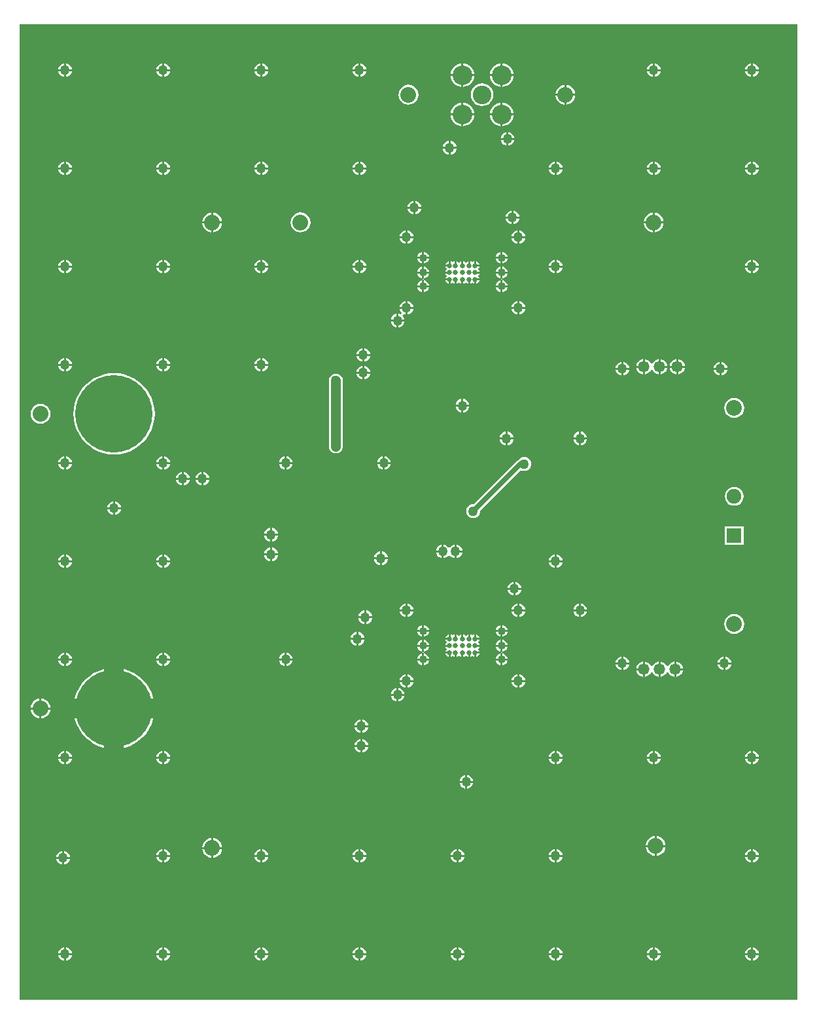
<source format=gbl>
%FSLAX24Y24*%
%MOIN*%
G70*
G01*
G75*
G04 Layer_Physical_Order=2*
G04 Layer_Color=16711680*
%ADD10R,0.0374X0.0394*%
%ADD11R,0.0512X0.0728*%
%ADD12R,0.0394X0.0374*%
%ADD13R,0.0728X0.0512*%
%ADD14R,0.1004X0.0965*%
%ADD15O,0.0276X0.1024*%
%ADD16R,0.4760X0.2250*%
%ADD17R,0.0965X0.1004*%
%ADD18R,0.1100X0.1500*%
%ADD19R,0.1500X0.1100*%
%ADD20O,0.0276X0.0984*%
%ADD21C,0.0250*%
%ADD22C,0.0500*%
%ADD23C,0.1000*%
%ADD24C,0.2000*%
%ADD25C,0.1500*%
%ADD26C,0.0800*%
%ADD27C,0.3937*%
%ADD28C,0.0748*%
%ADD29R,0.0750X0.0750*%
%ADD30C,0.1000*%
%ADD31C,0.0950*%
%ADD32C,0.0500*%
%ADD33C,0.0400*%
%ADD34C,0.0250*%
%ADD35C,0.0580*%
G36*
X39822Y178D02*
X178D01*
Y49822D01*
X39822D01*
Y178D01*
D02*
G37*
%LPC*%
G36*
X17350Y18500D02*
X17054D01*
X17059Y18459D01*
X17094Y18373D01*
X17150Y18300D01*
X17223Y18244D01*
X17309Y18209D01*
X17350Y18204D01*
Y18500D01*
D02*
G37*
G36*
X25046Y18150D02*
X24800D01*
Y17904D01*
X24828Y17908D01*
X24901Y17938D01*
X24964Y17986D01*
X25012Y18049D01*
X25042Y18122D01*
X25046Y18150D01*
D02*
G37*
G36*
X24700D02*
X24454D01*
X24458Y18122D01*
X24488Y18049D01*
X24536Y17986D01*
X24599Y17938D01*
X24672Y17908D01*
X24700Y17904D01*
Y18150D01*
D02*
G37*
G36*
X17746Y18500D02*
X17450D01*
Y18204D01*
X17491Y18209D01*
X17577Y18244D01*
X17650Y18300D01*
X17706Y18373D01*
X17741Y18459D01*
X17746Y18500D01*
D02*
G37*
G36*
X24700Y18496D02*
X24672Y18492D01*
X24599Y18462D01*
X24536Y18414D01*
X24488Y18351D01*
X24458Y18278D01*
X24454Y18250D01*
X24700D01*
Y18496D01*
D02*
G37*
G36*
X20800D02*
Y18250D01*
X21046D01*
X21042Y18278D01*
X21012Y18351D01*
X20964Y18414D01*
X20901Y18462D01*
X20828Y18492D01*
X20800Y18496D01*
D02*
G37*
G36*
X20700D02*
X20672Y18492D01*
X20599Y18462D01*
X20536Y18414D01*
X20488Y18351D01*
X20458Y18278D01*
X20454Y18250D01*
X20700D01*
Y18496D01*
D02*
G37*
G36*
X21046Y18150D02*
X20800D01*
Y17904D01*
X20828Y17908D01*
X20901Y17938D01*
X20964Y17986D01*
X21012Y18049D01*
X21042Y18122D01*
X21046Y18150D01*
D02*
G37*
G36*
X22050Y17800D02*
X21881D01*
X21888Y17762D01*
X21938Y17688D01*
X22012Y17638D01*
X22050Y17631D01*
Y17800D01*
D02*
G37*
G36*
X24800Y17796D02*
Y17550D01*
X25046D01*
X25042Y17578D01*
X25012Y17651D01*
X24964Y17714D01*
X24901Y17762D01*
X24828Y17792D01*
X24800Y17796D01*
D02*
G37*
G36*
X24700D02*
X24672Y17792D01*
X24599Y17762D01*
X24536Y17714D01*
X24488Y17651D01*
X24458Y17578D01*
X24454Y17550D01*
X24700D01*
Y17796D01*
D02*
G37*
G36*
X23619Y17800D02*
X23450D01*
Y17631D01*
X23488Y17638D01*
X23562Y17688D01*
X23612Y17762D01*
X23619Y17800D01*
D02*
G37*
G36*
X20700Y18150D02*
X20454D01*
X20458Y18122D01*
X20488Y18049D01*
X20536Y17986D01*
X20599Y17938D01*
X20672Y17908D01*
X20700Y17904D01*
Y18150D01*
D02*
G37*
G36*
X24770Y17854D02*
X24730D01*
Y17846D01*
X24770D01*
Y17854D01*
D02*
G37*
G36*
X20770D02*
X20730D01*
Y17846D01*
X20770D01*
Y17854D01*
D02*
G37*
G36*
X36600Y19804D02*
X36469Y19787D01*
X36348Y19737D01*
X36243Y19657D01*
X36163Y19552D01*
X36113Y19431D01*
X36096Y19300D01*
X36113Y19169D01*
X36163Y19048D01*
X36243Y18943D01*
X36348Y18863D01*
X36469Y18813D01*
X36600Y18796D01*
X36731Y18813D01*
X36852Y18863D01*
X36957Y18943D01*
X37037Y19048D01*
X37087Y19169D01*
X37104Y19300D01*
X37087Y19431D01*
X37037Y19552D01*
X36957Y19657D01*
X36852Y19737D01*
X36731Y19787D01*
X36600Y19804D01*
D02*
G37*
G36*
X23350Y18769D02*
X23312Y18762D01*
X23250Y18720D01*
X23188Y18762D01*
X23150Y18769D01*
Y18550D01*
X23050D01*
Y18769D01*
X23012Y18762D01*
X22938Y18712D01*
X22912D01*
X22838Y18762D01*
X22800Y18769D01*
Y18550D01*
X22700D01*
Y18769D01*
X22662Y18762D01*
X22588Y18712D01*
X22562D01*
X22488Y18762D01*
X22450Y18769D01*
Y18550D01*
X22350D01*
Y18769D01*
X22312Y18762D01*
X22250Y18720D01*
X22188Y18762D01*
X22150Y18769D01*
Y18550D01*
X22100D01*
Y18500D01*
X21881D01*
X21888Y18462D01*
X21938Y18388D01*
Y18362D01*
X21888Y18288D01*
X21881Y18250D01*
X22100D01*
Y18150D01*
X21881D01*
X21888Y18112D01*
X21938Y18038D01*
Y18012D01*
X21888Y17938D01*
X21881Y17900D01*
X22100D01*
Y17850D01*
X22150D01*
Y17631D01*
X22188Y17638D01*
X22250Y17680D01*
X22312Y17638D01*
X22350Y17631D01*
Y17850D01*
X22450D01*
Y17631D01*
X22488Y17638D01*
X22562Y17688D01*
X22588D01*
X22662Y17638D01*
X22700Y17631D01*
Y17850D01*
X22800D01*
Y17631D01*
X22838Y17638D01*
X22912Y17688D01*
X22938D01*
X23012Y17638D01*
X23050Y17631D01*
Y17850D01*
X23150D01*
Y17631D01*
X23188Y17638D01*
X23250Y17680D01*
X23312Y17638D01*
X23350Y17631D01*
Y17850D01*
X23400D01*
Y17900D01*
X23619D01*
X23612Y17938D01*
X23562Y18012D01*
Y18038D01*
X23612Y18112D01*
X23619Y18150D01*
X23400D01*
Y18250D01*
X23619D01*
X23612Y18288D01*
X23562Y18362D01*
Y18388D01*
X23612Y18462D01*
X23619Y18500D01*
X23400D01*
Y18550D01*
X23350D01*
Y18769D01*
D02*
G37*
G36*
X25046Y18900D02*
X24800D01*
Y18654D01*
X24828Y18658D01*
X24901Y18688D01*
X24964Y18736D01*
X25012Y18799D01*
X25042Y18872D01*
X25046Y18900D01*
D02*
G37*
G36*
X20700Y19246D02*
X20672Y19242D01*
X20599Y19212D01*
X20536Y19164D01*
X20488Y19101D01*
X20458Y19028D01*
X20454Y19000D01*
X20700D01*
Y19246D01*
D02*
G37*
G36*
X24800D02*
Y19000D01*
X25046D01*
X25042Y19028D01*
X25012Y19101D01*
X24964Y19164D01*
X24901Y19212D01*
X24828Y19242D01*
X24800Y19246D01*
D02*
G37*
G36*
X24700D02*
X24672Y19242D01*
X24599Y19212D01*
X24536Y19164D01*
X24488Y19101D01*
X24458Y19028D01*
X24454Y19000D01*
X24700D01*
Y19246D01*
D02*
G37*
G36*
X20800D02*
Y19000D01*
X21046D01*
X21042Y19028D01*
X21012Y19101D01*
X20964Y19164D01*
X20901Y19212D01*
X20828Y19242D01*
X20800Y19246D01*
D02*
G37*
G36*
X24700Y18900D02*
X24454D01*
X24458Y18872D01*
X24488Y18799D01*
X24536Y18736D01*
X24599Y18688D01*
X24672Y18658D01*
X24700Y18654D01*
Y18900D01*
D02*
G37*
G36*
X17450Y18896D02*
Y18600D01*
X17746D01*
X17741Y18641D01*
X17706Y18727D01*
X17650Y18800D01*
X17577Y18856D01*
X17491Y18891D01*
X17450Y18896D01*
D02*
G37*
G36*
X17350D02*
X17309Y18891D01*
X17223Y18856D01*
X17150Y18800D01*
X17094Y18727D01*
X17059Y18641D01*
X17054Y18600D01*
X17350D01*
Y18896D01*
D02*
G37*
G36*
X24800Y18496D02*
Y18250D01*
X25046D01*
X25042Y18278D01*
X25012Y18351D01*
X24964Y18414D01*
X24901Y18462D01*
X24828Y18492D01*
X24800Y18496D01*
D02*
G37*
G36*
X22050Y18769D02*
X22012Y18762D01*
X21938Y18712D01*
X21888Y18638D01*
X21881Y18600D01*
X22050D01*
Y18769D01*
D02*
G37*
G36*
X21046Y18900D02*
X20800D01*
Y18654D01*
X20828Y18658D01*
X20901Y18688D01*
X20964Y18736D01*
X21012Y18799D01*
X21042Y18872D01*
X21046Y18900D01*
D02*
G37*
G36*
X20700D02*
X20454D01*
X20458Y18872D01*
X20488Y18799D01*
X20536Y18736D01*
X20599Y18688D01*
X20672Y18658D01*
X20700Y18654D01*
Y18900D01*
D02*
G37*
G36*
X23450Y18769D02*
Y18600D01*
X23619D01*
X23612Y18638D01*
X23562Y18712D01*
X23488Y18762D01*
X23450Y18769D01*
D02*
G37*
G36*
X13700Y17450D02*
X13404D01*
X13409Y17409D01*
X13444Y17323D01*
X13500Y17250D01*
X13573Y17194D01*
X13659Y17159D01*
X13700Y17154D01*
Y17450D01*
D02*
G37*
G36*
X7846D02*
X7550D01*
Y17154D01*
X7591Y17159D01*
X7677Y17194D01*
X7750Y17250D01*
X7806Y17323D01*
X7841Y17409D01*
X7846Y17450D01*
D02*
G37*
G36*
X7450D02*
X7154D01*
X7159Y17409D01*
X7194Y17323D01*
X7250Y17250D01*
X7323Y17194D01*
X7409Y17159D01*
X7450Y17154D01*
Y17450D01*
D02*
G37*
G36*
X14096D02*
X13800D01*
Y17154D01*
X13841Y17159D01*
X13927Y17194D01*
X14000Y17250D01*
X14056Y17323D01*
X14091Y17409D01*
X14096Y17450D01*
D02*
G37*
G36*
X20700D02*
X20454D01*
X20458Y17422D01*
X20488Y17349D01*
X20536Y17286D01*
X20599Y17238D01*
X20672Y17208D01*
X20700Y17204D01*
Y17450D01*
D02*
G37*
G36*
X33550Y17387D02*
X33498Y17380D01*
X33403Y17341D01*
X33322Y17278D01*
X33259Y17197D01*
X33250Y17174D01*
X33150D01*
X33141Y17197D01*
X33078Y17278D01*
X32997Y17341D01*
X32902Y17380D01*
X32850Y17387D01*
Y17000D01*
Y16613D01*
X32902Y16620D01*
X32997Y16659D01*
X33078Y16722D01*
X33141Y16803D01*
X33150Y16826D01*
X33250D01*
X33259Y16803D01*
X33322Y16722D01*
X33403Y16659D01*
X33498Y16620D01*
X33550Y16613D01*
Y17000D01*
Y17387D01*
D02*
G37*
G36*
X32750D02*
X32698Y17380D01*
X32603Y17341D01*
X32522Y17278D01*
X32459Y17197D01*
X32450Y17174D01*
X32350D01*
X32341Y17197D01*
X32278Y17278D01*
X32197Y17341D01*
X32102Y17380D01*
X32050Y17387D01*
Y17000D01*
Y16613D01*
X32102Y16620D01*
X32197Y16659D01*
X32278Y16722D01*
X32341Y16803D01*
X32350Y16826D01*
X32450D01*
X32459Y16803D01*
X32522Y16722D01*
X32603Y16659D01*
X32698Y16620D01*
X32750Y16613D01*
Y17000D01*
Y17387D01*
D02*
G37*
G36*
X2846Y17450D02*
X2550D01*
Y17154D01*
X2591Y17159D01*
X2677Y17194D01*
X2750Y17250D01*
X2806Y17323D01*
X2841Y17409D01*
X2846Y17450D01*
D02*
G37*
G36*
X36050Y17250D02*
X35754D01*
X35759Y17209D01*
X35794Y17123D01*
X35850Y17050D01*
X35923Y16994D01*
X36009Y16959D01*
X36050Y16954D01*
Y17250D01*
D02*
G37*
G36*
X31246D02*
X30950D01*
Y16954D01*
X30991Y16959D01*
X31077Y16994D01*
X31150Y17050D01*
X31206Y17123D01*
X31241Y17209D01*
X31246Y17250D01*
D02*
G37*
G36*
X30850D02*
X30554D01*
X30559Y17209D01*
X30594Y17123D01*
X30650Y17050D01*
X30723Y16994D01*
X30809Y16959D01*
X30850Y16954D01*
Y17250D01*
D02*
G37*
G36*
X36446D02*
X36150D01*
Y16954D01*
X36191Y16959D01*
X36277Y16994D01*
X36350Y17050D01*
X36406Y17123D01*
X36441Y17209D01*
X36446Y17250D01*
D02*
G37*
G36*
X2450Y17450D02*
X2154D01*
X2159Y17409D01*
X2194Y17323D01*
X2250Y17250D01*
X2323Y17194D01*
X2409Y17159D01*
X2450Y17154D01*
Y17450D01*
D02*
G37*
G36*
X33650Y17387D02*
Y17050D01*
X33987D01*
X33980Y17102D01*
X33941Y17197D01*
X33878Y17278D01*
X33797Y17341D01*
X33702Y17380D01*
X33650Y17387D01*
D02*
G37*
G36*
X31950D02*
X31898Y17380D01*
X31803Y17341D01*
X31722Y17278D01*
X31659Y17197D01*
X31620Y17102D01*
X31613Y17050D01*
X31950D01*
Y17387D01*
D02*
G37*
G36*
X7550Y17846D02*
Y17550D01*
X7846D01*
X7841Y17591D01*
X7806Y17677D01*
X7750Y17750D01*
X7677Y17806D01*
X7591Y17841D01*
X7550Y17846D01*
D02*
G37*
G36*
X7450D02*
X7409Y17841D01*
X7323Y17806D01*
X7250Y17750D01*
X7194Y17677D01*
X7159Y17591D01*
X7154Y17550D01*
X7450D01*
Y17846D01*
D02*
G37*
G36*
X2550D02*
Y17550D01*
X2846D01*
X2841Y17591D01*
X2806Y17677D01*
X2750Y17750D01*
X2677Y17806D01*
X2591Y17841D01*
X2550Y17846D01*
D02*
G37*
G36*
X13700D02*
X13659Y17841D01*
X13573Y17806D01*
X13500Y17750D01*
X13444Y17677D01*
X13409Y17591D01*
X13404Y17550D01*
X13700D01*
Y17846D01*
D02*
G37*
G36*
X20800Y17796D02*
Y17550D01*
X21046D01*
X21042Y17578D01*
X21012Y17651D01*
X20964Y17714D01*
X20901Y17762D01*
X20828Y17792D01*
X20800Y17796D01*
D02*
G37*
G36*
X20700D02*
X20672Y17792D01*
X20599Y17762D01*
X20536Y17714D01*
X20488Y17651D01*
X20458Y17578D01*
X20454Y17550D01*
X20700D01*
Y17796D01*
D02*
G37*
G36*
X13800Y17846D02*
Y17550D01*
X14096D01*
X14091Y17591D01*
X14056Y17677D01*
X14000Y17750D01*
X13927Y17806D01*
X13841Y17841D01*
X13800Y17846D01*
D02*
G37*
G36*
X2450D02*
X2409Y17841D01*
X2323Y17806D01*
X2250Y17750D01*
X2194Y17677D01*
X2159Y17591D01*
X2154Y17550D01*
X2450D01*
Y17846D01*
D02*
G37*
G36*
X25046Y17450D02*
X24800D01*
Y17204D01*
X24828Y17208D01*
X24901Y17238D01*
X24964Y17286D01*
X25012Y17349D01*
X25042Y17422D01*
X25046Y17450D01*
D02*
G37*
G36*
X24700D02*
X24454D01*
X24458Y17422D01*
X24488Y17349D01*
X24536Y17286D01*
X24599Y17238D01*
X24672Y17208D01*
X24700Y17204D01*
Y17450D01*
D02*
G37*
G36*
X21046D02*
X20800D01*
Y17204D01*
X20828Y17208D01*
X20901Y17238D01*
X20964Y17286D01*
X21012Y17349D01*
X21042Y17422D01*
X21046Y17450D01*
D02*
G37*
G36*
X30850Y17646D02*
X30809Y17641D01*
X30723Y17606D01*
X30650Y17550D01*
X30594Y17477D01*
X30559Y17391D01*
X30554Y17350D01*
X30850D01*
Y17646D01*
D02*
G37*
G36*
X36150D02*
Y17350D01*
X36446D01*
X36441Y17391D01*
X36406Y17477D01*
X36350Y17550D01*
X36277Y17606D01*
X36191Y17641D01*
X36150Y17646D01*
D02*
G37*
G36*
X36050D02*
X36009Y17641D01*
X35923Y17606D01*
X35850Y17550D01*
X35794Y17477D01*
X35759Y17391D01*
X35754Y17350D01*
X36050D01*
Y17646D01*
D02*
G37*
G36*
X30950D02*
Y17350D01*
X31246D01*
X31241Y17391D01*
X31206Y17477D01*
X31150Y17550D01*
X31077Y17606D01*
X30991Y17641D01*
X30950Y17646D01*
D02*
G37*
G36*
X17750Y19600D02*
X17454D01*
X17459Y19559D01*
X17494Y19473D01*
X17550Y19400D01*
X17623Y19344D01*
X17709Y19309D01*
X17750Y19304D01*
Y19600D01*
D02*
G37*
G36*
X13050Y23196D02*
Y22900D01*
X13346D01*
X13341Y22941D01*
X13306Y23027D01*
X13250Y23100D01*
X13177Y23156D01*
X13091Y23191D01*
X13050Y23196D01*
D02*
G37*
G36*
X12950D02*
X12909Y23191D01*
X12823Y23156D01*
X12750Y23100D01*
X12694Y23027D01*
X12659Y22941D01*
X12654Y22900D01*
X12950D01*
Y23196D01*
D02*
G37*
G36*
X18650Y22996D02*
Y22700D01*
X18946D01*
X18941Y22741D01*
X18906Y22827D01*
X18850Y22900D01*
X18777Y22956D01*
X18691Y22991D01*
X18650Y22996D01*
D02*
G37*
G36*
X21700Y23346D02*
X21659Y23341D01*
X21573Y23306D01*
X21500Y23250D01*
X21444Y23177D01*
X21409Y23091D01*
X21404Y23050D01*
X21700D01*
Y23346D01*
D02*
G37*
G36*
X37075Y24275D02*
X36125D01*
Y23325D01*
X37075D01*
Y24275D01*
D02*
G37*
G36*
X22350Y23346D02*
X22309Y23341D01*
X22223Y23306D01*
X22150Y23250D01*
X22125Y23217D01*
X22025D01*
X22000Y23250D01*
X21927Y23306D01*
X21841Y23341D01*
X21800Y23346D01*
Y23000D01*
Y22654D01*
X21841Y22659D01*
X21927Y22694D01*
X22000Y22750D01*
X22025Y22783D01*
X22125D01*
X22150Y22750D01*
X22223Y22694D01*
X22309Y22659D01*
X22350Y22654D01*
Y23000D01*
Y23346D01*
D02*
G37*
G36*
X22450D02*
Y23050D01*
X22746D01*
X22741Y23091D01*
X22706Y23177D01*
X22650Y23250D01*
X22577Y23306D01*
X22491Y23341D01*
X22450Y23346D01*
D02*
G37*
G36*
X18550Y22996D02*
X18509Y22991D01*
X18423Y22956D01*
X18350Y22900D01*
X18294Y22827D01*
X18259Y22741D01*
X18254Y22700D01*
X18550D01*
Y22996D01*
D02*
G37*
G36*
X7550Y22846D02*
Y22550D01*
X7846D01*
X7841Y22591D01*
X7806Y22677D01*
X7750Y22750D01*
X7677Y22806D01*
X7591Y22841D01*
X7550Y22846D01*
D02*
G37*
G36*
X7450D02*
X7409Y22841D01*
X7323Y22806D01*
X7250Y22750D01*
X7194Y22677D01*
X7159Y22591D01*
X7154Y22550D01*
X7450D01*
Y22846D01*
D02*
G37*
G36*
X2550D02*
Y22550D01*
X2846D01*
X2841Y22591D01*
X2806Y22677D01*
X2750Y22750D01*
X2677Y22806D01*
X2591Y22841D01*
X2550Y22846D01*
D02*
G37*
G36*
X27450D02*
X27409Y22841D01*
X27323Y22806D01*
X27250Y22750D01*
X27194Y22677D01*
X27159Y22591D01*
X27154Y22550D01*
X27450D01*
Y22846D01*
D02*
G37*
G36*
X22746Y22950D02*
X22450D01*
Y22654D01*
X22491Y22659D01*
X22577Y22694D01*
X22650Y22750D01*
X22706Y22823D01*
X22741Y22909D01*
X22746Y22950D01*
D02*
G37*
G36*
X21700D02*
X21404D01*
X21409Y22909D01*
X21444Y22823D01*
X21500Y22750D01*
X21573Y22694D01*
X21659Y22659D01*
X21700Y22654D01*
Y22950D01*
D02*
G37*
G36*
X27550Y22846D02*
Y22550D01*
X27846D01*
X27841Y22591D01*
X27806Y22677D01*
X27750Y22750D01*
X27677Y22806D01*
X27591Y22841D01*
X27550Y22846D01*
D02*
G37*
G36*
X8846Y26650D02*
X8550D01*
Y26354D01*
X8591Y26359D01*
X8677Y26394D01*
X8750Y26450D01*
X8806Y26523D01*
X8841Y26609D01*
X8846Y26650D01*
D02*
G37*
G36*
X8450D02*
X8154D01*
X8159Y26609D01*
X8194Y26523D01*
X8250Y26450D01*
X8323Y26394D01*
X8409Y26359D01*
X8450Y26354D01*
Y26650D01*
D02*
G37*
G36*
X36600Y26278D02*
X36476Y26262D01*
X36361Y26214D01*
X36262Y26138D01*
X36186Y26039D01*
X36138Y25924D01*
X36122Y25800D01*
X36138Y25676D01*
X36186Y25561D01*
X36262Y25462D01*
X36361Y25386D01*
X36476Y25338D01*
X36600Y25322D01*
X36724Y25338D01*
X36839Y25386D01*
X36938Y25462D01*
X37014Y25561D01*
X37062Y25676D01*
X37078Y25800D01*
X37062Y25924D01*
X37014Y26039D01*
X36938Y26138D01*
X36839Y26214D01*
X36724Y26262D01*
X36600Y26278D01*
D02*
G37*
G36*
X9450Y26650D02*
X9154D01*
X9159Y26609D01*
X9194Y26523D01*
X9250Y26450D01*
X9323Y26394D01*
X9409Y26359D01*
X9450Y26354D01*
Y26650D01*
D02*
G37*
G36*
X8550Y27046D02*
Y26750D01*
X8846D01*
X8841Y26791D01*
X8806Y26877D01*
X8750Y26950D01*
X8677Y27006D01*
X8591Y27041D01*
X8550Y27046D01*
D02*
G37*
G36*
X8450D02*
X8409Y27041D01*
X8323Y27006D01*
X8250Y26950D01*
X8194Y26877D01*
X8159Y26791D01*
X8154Y26750D01*
X8450D01*
Y27046D01*
D02*
G37*
G36*
X9846Y26650D02*
X9550D01*
Y26354D01*
X9591Y26359D01*
X9677Y26394D01*
X9750Y26450D01*
X9806Y26523D01*
X9841Y26609D01*
X9846Y26650D01*
D02*
G37*
G36*
X5050Y25546D02*
Y25250D01*
X5346D01*
X5341Y25291D01*
X5306Y25377D01*
X5250Y25450D01*
X5177Y25506D01*
X5091Y25541D01*
X5050Y25546D01*
D02*
G37*
G36*
X12950Y24196D02*
X12909Y24191D01*
X12823Y24156D01*
X12750Y24100D01*
X12694Y24027D01*
X12659Y23941D01*
X12654Y23900D01*
X12950D01*
Y24196D01*
D02*
G37*
G36*
X13346Y23800D02*
X13050D01*
Y23504D01*
X13091Y23509D01*
X13177Y23544D01*
X13250Y23600D01*
X13306Y23673D01*
X13341Y23759D01*
X13346Y23800D01*
D02*
G37*
G36*
X12950D02*
X12654D01*
X12659Y23759D01*
X12694Y23673D01*
X12750Y23600D01*
X12823Y23544D01*
X12909Y23509D01*
X12950Y23504D01*
Y23800D01*
D02*
G37*
G36*
X13050Y24196D02*
Y23900D01*
X13346D01*
X13341Y23941D01*
X13306Y24027D01*
X13250Y24100D01*
X13177Y24156D01*
X13091Y24191D01*
X13050Y24196D01*
D02*
G37*
G36*
X4950Y25546D02*
X4909Y25541D01*
X4823Y25506D01*
X4750Y25450D01*
X4694Y25377D01*
X4659Y25291D01*
X4654Y25250D01*
X4950D01*
Y25546D01*
D02*
G37*
G36*
X5346Y25150D02*
X5050D01*
Y24854D01*
X5091Y24859D01*
X5177Y24894D01*
X5250Y24950D01*
X5306Y25023D01*
X5341Y25109D01*
X5346Y25150D01*
D02*
G37*
G36*
X4950D02*
X4654D01*
X4659Y25109D01*
X4694Y25023D01*
X4750Y24950D01*
X4823Y24894D01*
X4909Y24859D01*
X4950Y24854D01*
Y25150D01*
D02*
G37*
G36*
X19950Y20346D02*
Y20050D01*
X20246D01*
X20241Y20091D01*
X20206Y20177D01*
X20150Y20250D01*
X20077Y20306D01*
X19991Y20341D01*
X19950Y20346D01*
D02*
G37*
G36*
X19850D02*
X19809Y20341D01*
X19723Y20306D01*
X19650Y20250D01*
X19594Y20177D01*
X19559Y20091D01*
X19554Y20050D01*
X19850D01*
Y20346D01*
D02*
G37*
G36*
X17850Y19996D02*
Y19700D01*
X18146D01*
X18141Y19741D01*
X18106Y19827D01*
X18050Y19900D01*
X17977Y19956D01*
X17891Y19991D01*
X17850Y19996D01*
D02*
G37*
G36*
X25550Y20346D02*
X25509Y20341D01*
X25423Y20306D01*
X25350Y20250D01*
X25294Y20177D01*
X25259Y20091D01*
X25254Y20050D01*
X25550D01*
Y20346D01*
D02*
G37*
G36*
X28800D02*
Y20050D01*
X29096D01*
X29091Y20091D01*
X29056Y20177D01*
X29000Y20250D01*
X28927Y20306D01*
X28841Y20341D01*
X28800Y20346D01*
D02*
G37*
G36*
X28700D02*
X28659Y20341D01*
X28573Y20306D01*
X28500Y20250D01*
X28444Y20177D01*
X28409Y20091D01*
X28404Y20050D01*
X28700D01*
Y20346D01*
D02*
G37*
G36*
X25650D02*
Y20050D01*
X25946D01*
X25941Y20091D01*
X25906Y20177D01*
X25850Y20250D01*
X25777Y20306D01*
X25691Y20341D01*
X25650Y20346D01*
D02*
G37*
G36*
X17750Y19996D02*
X17709Y19991D01*
X17623Y19956D01*
X17550Y19900D01*
X17494Y19827D01*
X17459Y19741D01*
X17454Y19700D01*
X17750D01*
Y19996D01*
D02*
G37*
G36*
X20246Y19950D02*
X19950D01*
Y19654D01*
X19991Y19659D01*
X20077Y19694D01*
X20150Y19750D01*
X20206Y19823D01*
X20241Y19909D01*
X20246Y19950D01*
D02*
G37*
G36*
X19850D02*
X19554D01*
X19559Y19909D01*
X19594Y19823D01*
X19650Y19750D01*
X19723Y19694D01*
X19809Y19659D01*
X19850Y19654D01*
Y19950D01*
D02*
G37*
G36*
X18146Y19600D02*
X17850D01*
Y19304D01*
X17891Y19309D01*
X17977Y19344D01*
X18050Y19400D01*
X18106Y19473D01*
X18141Y19559D01*
X18146Y19600D01*
D02*
G37*
G36*
X25550Y19950D02*
X25254D01*
X25259Y19909D01*
X25294Y19823D01*
X25350Y19750D01*
X25423Y19694D01*
X25509Y19659D01*
X25550Y19654D01*
Y19950D01*
D02*
G37*
G36*
X29096D02*
X28800D01*
Y19654D01*
X28841Y19659D01*
X28927Y19694D01*
X29000Y19750D01*
X29056Y19823D01*
X29091Y19909D01*
X29096Y19950D01*
D02*
G37*
G36*
X28700D02*
X28404D01*
X28409Y19909D01*
X28444Y19823D01*
X28500Y19750D01*
X28573Y19694D01*
X28659Y19659D01*
X28700Y19654D01*
Y19950D01*
D02*
G37*
G36*
X25946D02*
X25650D01*
Y19654D01*
X25691Y19659D01*
X25777Y19694D01*
X25850Y19750D01*
X25906Y19823D01*
X25941Y19909D01*
X25946Y19950D01*
D02*
G37*
G36*
X18550Y22600D02*
X18254D01*
X18259Y22559D01*
X18294Y22473D01*
X18350Y22400D01*
X18423Y22344D01*
X18509Y22309D01*
X18550Y22304D01*
Y22600D01*
D02*
G37*
G36*
X27846Y22450D02*
X27550D01*
Y22154D01*
X27591Y22159D01*
X27677Y22194D01*
X27750Y22250D01*
X27806Y22323D01*
X27841Y22409D01*
X27846Y22450D01*
D02*
G37*
G36*
X27450D02*
X27154D01*
X27159Y22409D01*
X27194Y22323D01*
X27250Y22250D01*
X27323Y22194D01*
X27409Y22159D01*
X27450Y22154D01*
Y22450D01*
D02*
G37*
G36*
X18946Y22600D02*
X18650D01*
Y22304D01*
X18691Y22309D01*
X18777Y22344D01*
X18850Y22400D01*
X18906Y22473D01*
X18941Y22559D01*
X18946Y22600D01*
D02*
G37*
G36*
X2450Y22846D02*
X2409Y22841D01*
X2323Y22806D01*
X2250Y22750D01*
X2194Y22677D01*
X2159Y22591D01*
X2154Y22550D01*
X2450D01*
Y22846D01*
D02*
G37*
G36*
X13346Y22800D02*
X13050D01*
Y22504D01*
X13091Y22509D01*
X13177Y22544D01*
X13250Y22600D01*
X13306Y22673D01*
X13341Y22759D01*
X13346Y22800D01*
D02*
G37*
G36*
X12950D02*
X12654D01*
X12659Y22759D01*
X12694Y22673D01*
X12750Y22600D01*
X12823Y22544D01*
X12909Y22509D01*
X12950Y22504D01*
Y22800D01*
D02*
G37*
G36*
X7846Y22450D02*
X7550D01*
Y22154D01*
X7591Y22159D01*
X7677Y22194D01*
X7750Y22250D01*
X7806Y22323D01*
X7841Y22409D01*
X7846Y22450D01*
D02*
G37*
G36*
X25350Y21446D02*
X25309Y21441D01*
X25223Y21406D01*
X25150Y21350D01*
X25094Y21277D01*
X25059Y21191D01*
X25054Y21150D01*
X25350D01*
Y21446D01*
D02*
G37*
G36*
X25746Y21050D02*
X25450D01*
Y20754D01*
X25491Y20759D01*
X25577Y20794D01*
X25650Y20850D01*
X25706Y20923D01*
X25741Y21009D01*
X25746Y21050D01*
D02*
G37*
G36*
X25350D02*
X25054D01*
X25059Y21009D01*
X25094Y20923D01*
X25150Y20850D01*
X25223Y20794D01*
X25309Y20759D01*
X25350Y20754D01*
Y21050D01*
D02*
G37*
G36*
X25450Y21446D02*
Y21150D01*
X25746D01*
X25741Y21191D01*
X25706Y21277D01*
X25650Y21350D01*
X25577Y21406D01*
X25491Y21441D01*
X25450Y21446D01*
D02*
G37*
G36*
X7450Y22450D02*
X7154D01*
X7159Y22409D01*
X7194Y22323D01*
X7250Y22250D01*
X7323Y22194D01*
X7409Y22159D01*
X7450Y22154D01*
Y22450D01*
D02*
G37*
G36*
X2846D02*
X2550D01*
Y22154D01*
X2591Y22159D01*
X2677Y22194D01*
X2750Y22250D01*
X2806Y22323D01*
X2841Y22409D01*
X2846Y22450D01*
D02*
G37*
G36*
X2450D02*
X2154D01*
X2159Y22409D01*
X2194Y22323D01*
X2250Y22250D01*
X2323Y22194D01*
X2409Y22159D01*
X2450Y22154D01*
Y22450D01*
D02*
G37*
G36*
X33987Y16950D02*
X33650D01*
Y16613D01*
X33702Y16620D01*
X33797Y16659D01*
X33878Y16722D01*
X33941Y16803D01*
X33980Y16898D01*
X33987Y16950D01*
D02*
G37*
G36*
X22450Y7450D02*
X22154D01*
X22159Y7409D01*
X22194Y7323D01*
X22250Y7250D01*
X22323Y7194D01*
X22409Y7159D01*
X22450Y7154D01*
Y7450D01*
D02*
G37*
G36*
X17846D02*
X17550D01*
Y7154D01*
X17591Y7159D01*
X17677Y7194D01*
X17750Y7250D01*
X17806Y7323D01*
X17841Y7409D01*
X17846Y7450D01*
D02*
G37*
G36*
X17450D02*
X17154D01*
X17159Y7409D01*
X17194Y7323D01*
X17250Y7250D01*
X17323Y7194D01*
X17409Y7159D01*
X17450Y7154D01*
Y7450D01*
D02*
G37*
G36*
X22846D02*
X22550D01*
Y7154D01*
X22591Y7159D01*
X22677Y7194D01*
X22750Y7250D01*
X22806Y7323D01*
X22841Y7409D01*
X22846Y7450D01*
D02*
G37*
G36*
X37450D02*
X37154D01*
X37159Y7409D01*
X37194Y7323D01*
X37250Y7250D01*
X37323Y7194D01*
X37409Y7159D01*
X37450Y7154D01*
Y7450D01*
D02*
G37*
G36*
X27846D02*
X27550D01*
Y7154D01*
X27591Y7159D01*
X27677Y7194D01*
X27750Y7250D01*
X27806Y7323D01*
X27841Y7409D01*
X27846Y7450D01*
D02*
G37*
G36*
X27450D02*
X27154D01*
X27159Y7409D01*
X27194Y7323D01*
X27250Y7250D01*
X27323Y7194D01*
X27409Y7159D01*
X27450Y7154D01*
Y7450D01*
D02*
G37*
G36*
X12846D02*
X12550D01*
Y7154D01*
X12591Y7159D01*
X12677Y7194D01*
X12750Y7250D01*
X12806Y7323D01*
X12841Y7409D01*
X12846Y7450D01*
D02*
G37*
G36*
X2350Y7350D02*
X2054D01*
X2059Y7309D01*
X2094Y7223D01*
X2150Y7150D01*
X2223Y7094D01*
X2309Y7059D01*
X2350Y7054D01*
Y7350D01*
D02*
G37*
G36*
X37550Y2846D02*
Y2550D01*
X37846D01*
X37841Y2591D01*
X37806Y2677D01*
X37750Y2750D01*
X37677Y2806D01*
X37591Y2841D01*
X37550Y2846D01*
D02*
G37*
G36*
X37450D02*
X37409Y2841D01*
X37323Y2806D01*
X37250Y2750D01*
X37194Y2677D01*
X37159Y2591D01*
X37154Y2550D01*
X37450D01*
Y2846D01*
D02*
G37*
G36*
X2746Y7350D02*
X2450D01*
Y7054D01*
X2491Y7059D01*
X2577Y7094D01*
X2650Y7150D01*
X2706Y7223D01*
X2741Y7309D01*
X2746Y7350D01*
D02*
G37*
G36*
X12450Y7450D02*
X12154D01*
X12159Y7409D01*
X12194Y7323D01*
X12250Y7250D01*
X12323Y7194D01*
X12409Y7159D01*
X12450Y7154D01*
Y7450D01*
D02*
G37*
G36*
X7846D02*
X7550D01*
Y7154D01*
X7591Y7159D01*
X7677Y7194D01*
X7750Y7250D01*
X7806Y7323D01*
X7841Y7409D01*
X7846Y7450D01*
D02*
G37*
G36*
X7450D02*
X7154D01*
X7159Y7409D01*
X7194Y7323D01*
X7250Y7250D01*
X7323Y7194D01*
X7409Y7159D01*
X7450Y7154D01*
Y7450D01*
D02*
G37*
G36*
X12550Y7846D02*
Y7550D01*
X12846D01*
X12841Y7591D01*
X12806Y7677D01*
X12750Y7750D01*
X12677Y7806D01*
X12591Y7841D01*
X12550Y7846D01*
D02*
G37*
G36*
X12450D02*
X12409Y7841D01*
X12323Y7806D01*
X12250Y7750D01*
X12194Y7677D01*
X12159Y7591D01*
X12154Y7550D01*
X12450D01*
Y7846D01*
D02*
G37*
G36*
X7550D02*
Y7550D01*
X7846D01*
X7841Y7591D01*
X7806Y7677D01*
X7750Y7750D01*
X7677Y7806D01*
X7591Y7841D01*
X7550Y7846D01*
D02*
G37*
G36*
X17450D02*
X17409Y7841D01*
X17323Y7806D01*
X17250Y7750D01*
X17194Y7677D01*
X17159Y7591D01*
X17154Y7550D01*
X17450D01*
Y7846D01*
D02*
G37*
G36*
X22550D02*
Y7550D01*
X22846D01*
X22841Y7591D01*
X22806Y7677D01*
X22750Y7750D01*
X22677Y7806D01*
X22591Y7841D01*
X22550Y7846D01*
D02*
G37*
G36*
X22450D02*
X22409Y7841D01*
X22323Y7806D01*
X22250Y7750D01*
X22194Y7677D01*
X22159Y7591D01*
X22154Y7550D01*
X22450D01*
Y7846D01*
D02*
G37*
G36*
X17550D02*
Y7550D01*
X17846D01*
X17841Y7591D01*
X17806Y7677D01*
X17750Y7750D01*
X17677Y7806D01*
X17591Y7841D01*
X17550Y7846D01*
D02*
G37*
G36*
X7450D02*
X7409Y7841D01*
X7323Y7806D01*
X7250Y7750D01*
X7194Y7677D01*
X7159Y7591D01*
X7154Y7550D01*
X7450D01*
Y7846D01*
D02*
G37*
G36*
X10498Y7850D02*
X10050D01*
Y7402D01*
X10131Y7413D01*
X10252Y7463D01*
X10357Y7543D01*
X10437Y7648D01*
X10487Y7769D01*
X10498Y7850D01*
D02*
G37*
G36*
X9950D02*
X9502D01*
X9513Y7769D01*
X9563Y7648D01*
X9643Y7543D01*
X9748Y7463D01*
X9869Y7413D01*
X9950Y7402D01*
Y7850D01*
D02*
G37*
G36*
X37846Y7450D02*
X37550D01*
Y7154D01*
X37591Y7159D01*
X37677Y7194D01*
X37750Y7250D01*
X37806Y7323D01*
X37841Y7409D01*
X37846Y7450D01*
D02*
G37*
G36*
X2350Y7746D02*
X2309Y7741D01*
X2223Y7706D01*
X2150Y7650D01*
X2094Y7577D01*
X2059Y7491D01*
X2054Y7450D01*
X2350D01*
Y7746D01*
D02*
G37*
G36*
X33098Y7950D02*
X32650D01*
Y7502D01*
X32731Y7513D01*
X32852Y7563D01*
X32957Y7643D01*
X33037Y7748D01*
X33087Y7869D01*
X33098Y7950D01*
D02*
G37*
G36*
X32550D02*
X32102D01*
X32113Y7869D01*
X32163Y7748D01*
X32243Y7643D01*
X32348Y7563D01*
X32469Y7513D01*
X32550Y7502D01*
Y7950D01*
D02*
G37*
G36*
X2450Y7746D02*
Y7450D01*
X2746D01*
X2741Y7491D01*
X2706Y7577D01*
X2650Y7650D01*
X2577Y7706D01*
X2491Y7741D01*
X2450Y7746D01*
D02*
G37*
G36*
X27450Y2450D02*
X27154D01*
X27159Y2409D01*
X27194Y2323D01*
X27250Y2250D01*
X27323Y2194D01*
X27409Y2159D01*
X27450Y2154D01*
Y2450D01*
D02*
G37*
G36*
X22846D02*
X22550D01*
Y2154D01*
X22591Y2159D01*
X22677Y2194D01*
X22750Y2250D01*
X22806Y2323D01*
X22841Y2409D01*
X22846Y2450D01*
D02*
G37*
G36*
X22450D02*
X22154D01*
X22159Y2409D01*
X22194Y2323D01*
X22250Y2250D01*
X22323Y2194D01*
X22409Y2159D01*
X22450Y2154D01*
Y2450D01*
D02*
G37*
G36*
X27846D02*
X27550D01*
Y2154D01*
X27591Y2159D01*
X27677Y2194D01*
X27750Y2250D01*
X27806Y2323D01*
X27841Y2409D01*
X27846Y2450D01*
D02*
G37*
G36*
X37450D02*
X37154D01*
X37159Y2409D01*
X37194Y2323D01*
X37250Y2250D01*
X37323Y2194D01*
X37409Y2159D01*
X37450Y2154D01*
Y2450D01*
D02*
G37*
G36*
X32846D02*
X32550D01*
Y2154D01*
X32591Y2159D01*
X32677Y2194D01*
X32750Y2250D01*
X32806Y2323D01*
X32841Y2409D01*
X32846Y2450D01*
D02*
G37*
G36*
X32450D02*
X32154D01*
X32159Y2409D01*
X32194Y2323D01*
X32250Y2250D01*
X32323Y2194D01*
X32409Y2159D01*
X32450Y2154D01*
Y2450D01*
D02*
G37*
G36*
X17846D02*
X17550D01*
Y2154D01*
X17591Y2159D01*
X17677Y2194D01*
X17750Y2250D01*
X17806Y2323D01*
X17841Y2409D01*
X17846Y2450D01*
D02*
G37*
G36*
X7450D02*
X7154D01*
X7159Y2409D01*
X7194Y2323D01*
X7250Y2250D01*
X7323Y2194D01*
X7409Y2159D01*
X7450Y2154D01*
Y2450D01*
D02*
G37*
G36*
X2846D02*
X2550D01*
Y2154D01*
X2591Y2159D01*
X2677Y2194D01*
X2750Y2250D01*
X2806Y2323D01*
X2841Y2409D01*
X2846Y2450D01*
D02*
G37*
G36*
X2450D02*
X2154D01*
X2159Y2409D01*
X2194Y2323D01*
X2250Y2250D01*
X2323Y2194D01*
X2409Y2159D01*
X2450Y2154D01*
Y2450D01*
D02*
G37*
G36*
X7846D02*
X7550D01*
Y2154D01*
X7591Y2159D01*
X7677Y2194D01*
X7750Y2250D01*
X7806Y2323D01*
X7841Y2409D01*
X7846Y2450D01*
D02*
G37*
G36*
X17450D02*
X17154D01*
X17159Y2409D01*
X17194Y2323D01*
X17250Y2250D01*
X17323Y2194D01*
X17409Y2159D01*
X17450Y2154D01*
Y2450D01*
D02*
G37*
G36*
X12846D02*
X12550D01*
Y2154D01*
X12591Y2159D01*
X12677Y2194D01*
X12750Y2250D01*
X12806Y2323D01*
X12841Y2409D01*
X12846Y2450D01*
D02*
G37*
G36*
X12450D02*
X12154D01*
X12159Y2409D01*
X12194Y2323D01*
X12250Y2250D01*
X12323Y2194D01*
X12409Y2159D01*
X12450Y2154D01*
Y2450D01*
D02*
G37*
G36*
X22550Y2846D02*
Y2550D01*
X22846D01*
X22841Y2591D01*
X22806Y2677D01*
X22750Y2750D01*
X22677Y2806D01*
X22591Y2841D01*
X22550Y2846D01*
D02*
G37*
G36*
X22450D02*
X22409Y2841D01*
X22323Y2806D01*
X22250Y2750D01*
X22194Y2677D01*
X22159Y2591D01*
X22154Y2550D01*
X22450D01*
Y2846D01*
D02*
G37*
G36*
X17550D02*
Y2550D01*
X17846D01*
X17841Y2591D01*
X17806Y2677D01*
X17750Y2750D01*
X17677Y2806D01*
X17591Y2841D01*
X17550Y2846D01*
D02*
G37*
G36*
X27450D02*
X27409Y2841D01*
X27323Y2806D01*
X27250Y2750D01*
X27194Y2677D01*
X27159Y2591D01*
X27154Y2550D01*
X27450D01*
Y2846D01*
D02*
G37*
G36*
X32550D02*
Y2550D01*
X32846D01*
X32841Y2591D01*
X32806Y2677D01*
X32750Y2750D01*
X32677Y2806D01*
X32591Y2841D01*
X32550Y2846D01*
D02*
G37*
G36*
X32450D02*
X32409Y2841D01*
X32323Y2806D01*
X32250Y2750D01*
X32194Y2677D01*
X32159Y2591D01*
X32154Y2550D01*
X32450D01*
Y2846D01*
D02*
G37*
G36*
X27550D02*
Y2550D01*
X27846D01*
X27841Y2591D01*
X27806Y2677D01*
X27750Y2750D01*
X27677Y2806D01*
X27591Y2841D01*
X27550Y2846D01*
D02*
G37*
G36*
X17450D02*
X17409Y2841D01*
X17323Y2806D01*
X17250Y2750D01*
X17194Y2677D01*
X17159Y2591D01*
X17154Y2550D01*
X17450D01*
Y2846D01*
D02*
G37*
G36*
X2550D02*
Y2550D01*
X2846D01*
X2841Y2591D01*
X2806Y2677D01*
X2750Y2750D01*
X2677Y2806D01*
X2591Y2841D01*
X2550Y2846D01*
D02*
G37*
G36*
X2450D02*
X2409Y2841D01*
X2323Y2806D01*
X2250Y2750D01*
X2194Y2677D01*
X2159Y2591D01*
X2154Y2550D01*
X2450D01*
Y2846D01*
D02*
G37*
G36*
X37846Y2450D02*
X37550D01*
Y2154D01*
X37591Y2159D01*
X37677Y2194D01*
X37750Y2250D01*
X37806Y2323D01*
X37841Y2409D01*
X37846Y2450D01*
D02*
G37*
G36*
X7450Y2846D02*
X7409Y2841D01*
X7323Y2806D01*
X7250Y2750D01*
X7194Y2677D01*
X7159Y2591D01*
X7154Y2550D01*
X7450D01*
Y2846D01*
D02*
G37*
G36*
X12550D02*
Y2550D01*
X12846D01*
X12841Y2591D01*
X12806Y2677D01*
X12750Y2750D01*
X12677Y2806D01*
X12591Y2841D01*
X12550Y2846D01*
D02*
G37*
G36*
X12450D02*
X12409Y2841D01*
X12323Y2806D01*
X12250Y2750D01*
X12194Y2677D01*
X12159Y2591D01*
X12154Y2550D01*
X12450D01*
Y2846D01*
D02*
G37*
G36*
X7550D02*
Y2550D01*
X7846D01*
X7841Y2591D01*
X7806Y2677D01*
X7750Y2750D01*
X7677Y2806D01*
X7591Y2841D01*
X7550Y2846D01*
D02*
G37*
G36*
X27450Y7846D02*
X27409Y7841D01*
X27323Y7806D01*
X27250Y7750D01*
X27194Y7677D01*
X27159Y7591D01*
X27154Y7550D01*
X27450D01*
Y7846D01*
D02*
G37*
G36*
X17650Y14446D02*
Y14150D01*
X17946D01*
X17941Y14191D01*
X17906Y14277D01*
X17850Y14350D01*
X17777Y14406D01*
X17691Y14441D01*
X17650Y14446D01*
D02*
G37*
G36*
X17550D02*
X17509Y14441D01*
X17423Y14406D01*
X17350Y14350D01*
X17294Y14277D01*
X17259Y14191D01*
X17254Y14150D01*
X17550D01*
Y14446D01*
D02*
G37*
G36*
X17946Y14050D02*
X17650D01*
Y13754D01*
X17691Y13759D01*
X17777Y13794D01*
X17850Y13850D01*
X17906Y13923D01*
X17941Y14009D01*
X17946Y14050D01*
D02*
G37*
G36*
X1200Y14950D02*
X752D01*
X763Y14869D01*
X813Y14748D01*
X893Y14643D01*
X998Y14563D01*
X1119Y14513D01*
X1200Y14502D01*
Y14950D01*
D02*
G37*
G36*
X1300Y15498D02*
Y15050D01*
X1748D01*
X1737Y15131D01*
X1687Y15252D01*
X1607Y15357D01*
X1502Y15437D01*
X1381Y15487D01*
X1300Y15498D01*
D02*
G37*
G36*
X1200D02*
X1119Y15487D01*
X998Y15437D01*
X893Y15357D01*
X813Y15252D01*
X763Y15131D01*
X752Y15050D01*
X1200D01*
Y15498D01*
D02*
G37*
G36*
X1748Y14950D02*
X1300D01*
Y14502D01*
X1381Y14513D01*
X1502Y14563D01*
X1607Y14643D01*
X1687Y14748D01*
X1737Y14869D01*
X1748Y14950D01*
D02*
G37*
G36*
X17550Y14050D02*
X17254D01*
X17259Y14009D01*
X17294Y13923D01*
X17350Y13850D01*
X17423Y13794D01*
X17509Y13759D01*
X17550Y13754D01*
Y14050D01*
D02*
G37*
G36*
X17946Y13050D02*
X17650D01*
Y12754D01*
X17691Y12759D01*
X17777Y12794D01*
X17850Y12850D01*
X17906Y12923D01*
X17941Y13009D01*
X17946Y13050D01*
D02*
G37*
G36*
X17550D02*
X17254D01*
X17259Y13009D01*
X17294Y12923D01*
X17350Y12850D01*
X17423Y12794D01*
X17509Y12759D01*
X17550Y12754D01*
Y13050D01*
D02*
G37*
G36*
X37550Y12846D02*
Y12550D01*
X37846D01*
X37841Y12591D01*
X37806Y12677D01*
X37750Y12750D01*
X37677Y12806D01*
X37591Y12841D01*
X37550Y12846D01*
D02*
G37*
G36*
X4950Y14950D02*
X2930D01*
X2945Y14729D01*
X2998Y14463D01*
X3085Y14207D01*
X3205Y13964D01*
X3355Y13738D01*
X3534Y13534D01*
X3738Y13355D01*
X3964Y13205D01*
X4207Y13085D01*
X4463Y12998D01*
X4729Y12945D01*
X4950Y12930D01*
Y14950D01*
D02*
G37*
G36*
X17650Y13446D02*
Y13150D01*
X17946D01*
X17941Y13191D01*
X17906Y13277D01*
X17850Y13350D01*
X17777Y13406D01*
X17691Y13441D01*
X17650Y13446D01*
D02*
G37*
G36*
X17550D02*
X17509Y13441D01*
X17423Y13406D01*
X17350Y13350D01*
X17294Y13277D01*
X17259Y13191D01*
X17254Y13150D01*
X17550D01*
Y13446D01*
D02*
G37*
G36*
X7070Y14950D02*
X5050D01*
Y12930D01*
X5271Y12945D01*
X5537Y12998D01*
X5793Y13085D01*
X6036Y13205D01*
X6262Y13355D01*
X6466Y13534D01*
X6645Y13738D01*
X6795Y13964D01*
X6915Y14207D01*
X7002Y14463D01*
X7055Y14729D01*
X7070Y14950D01*
D02*
G37*
G36*
X19850Y16746D02*
X19809Y16741D01*
X19723Y16706D01*
X19650Y16650D01*
X19594Y16577D01*
X19559Y16491D01*
X19554Y16450D01*
X19850D01*
Y16746D01*
D02*
G37*
G36*
X25946Y16350D02*
X25650D01*
Y16054D01*
X25691Y16059D01*
X25777Y16094D01*
X25850Y16150D01*
X25906Y16223D01*
X25941Y16309D01*
X25946Y16350D01*
D02*
G37*
G36*
X25550D02*
X25254D01*
X25259Y16309D01*
X25294Y16223D01*
X25350Y16150D01*
X25423Y16094D01*
X25509Y16059D01*
X25550Y16054D01*
Y16350D01*
D02*
G37*
G36*
X19950Y16746D02*
Y16450D01*
X20246D01*
X20241Y16491D01*
X20206Y16577D01*
X20150Y16650D01*
X20077Y16706D01*
X19991Y16741D01*
X19950Y16746D01*
D02*
G37*
G36*
X31950Y16950D02*
X31613D01*
X31620Y16898D01*
X31659Y16803D01*
X31722Y16722D01*
X31803Y16659D01*
X31898Y16620D01*
X31950Y16613D01*
Y16950D01*
D02*
G37*
G36*
X25650Y16746D02*
Y16450D01*
X25946D01*
X25941Y16491D01*
X25906Y16577D01*
X25850Y16650D01*
X25777Y16706D01*
X25691Y16741D01*
X25650Y16746D01*
D02*
G37*
G36*
X25550D02*
X25509Y16741D01*
X25423Y16706D01*
X25350Y16650D01*
X25294Y16577D01*
X25259Y16491D01*
X25254Y16450D01*
X25550D01*
Y16746D01*
D02*
G37*
G36*
X20246Y16350D02*
X19950D01*
Y16054D01*
X19991Y16059D01*
X20077Y16094D01*
X20150Y16150D01*
X20206Y16223D01*
X20241Y16309D01*
X20246Y16350D01*
D02*
G37*
G36*
X19400Y15650D02*
X19104D01*
X19109Y15609D01*
X19144Y15523D01*
X19200Y15450D01*
X19273Y15394D01*
X19359Y15359D01*
X19400Y15354D01*
Y15650D01*
D02*
G37*
G36*
X5050Y17070D02*
Y15050D01*
X7070D01*
X7055Y15271D01*
X7002Y15537D01*
X6915Y15793D01*
X6795Y16036D01*
X6645Y16262D01*
X6466Y16466D01*
X6262Y16645D01*
X6036Y16795D01*
X5793Y16915D01*
X5537Y17002D01*
X5271Y17055D01*
X5050Y17070D01*
D02*
G37*
G36*
X4950D02*
X4729Y17055D01*
X4463Y17002D01*
X4207Y16915D01*
X3964Y16795D01*
X3738Y16645D01*
X3534Y16466D01*
X3355Y16262D01*
X3205Y16036D01*
X3085Y15793D01*
X2998Y15537D01*
X2945Y15271D01*
X2930Y15050D01*
X4950D01*
Y17070D01*
D02*
G37*
G36*
X19796Y15650D02*
X19500D01*
Y15354D01*
X19541Y15359D01*
X19627Y15394D01*
X19700Y15450D01*
X19756Y15523D01*
X19791Y15609D01*
X19796Y15650D01*
D02*
G37*
G36*
X19850Y16350D02*
X19554D01*
X19559Y16309D01*
X19594Y16223D01*
X19650Y16150D01*
X19723Y16094D01*
X19809Y16059D01*
X19850Y16054D01*
Y16350D01*
D02*
G37*
G36*
X19500Y16046D02*
Y15750D01*
X19796D01*
X19791Y15791D01*
X19756Y15877D01*
X19700Y15950D01*
X19627Y16006D01*
X19541Y16041D01*
X19500Y16046D01*
D02*
G37*
G36*
X19400D02*
X19359Y16041D01*
X19273Y16006D01*
X19200Y15950D01*
X19144Y15877D01*
X19109Y15791D01*
X19104Y15750D01*
X19400D01*
Y16046D01*
D02*
G37*
G36*
X23000Y11611D02*
Y11315D01*
X23296D01*
X23291Y11356D01*
X23256Y11441D01*
X23200Y11515D01*
X23127Y11571D01*
X23041Y11606D01*
X23000Y11611D01*
D02*
G37*
G36*
X22900D02*
X22859Y11606D01*
X22773Y11571D01*
X22700Y11515D01*
X22644Y11441D01*
X22609Y11356D01*
X22604Y11315D01*
X22900D01*
Y11611D01*
D02*
G37*
G36*
X23296Y11215D02*
X23000D01*
Y10919D01*
X23041Y10924D01*
X23127Y10959D01*
X23200Y11015D01*
X23256Y11088D01*
X23291Y11174D01*
X23296Y11215D01*
D02*
G37*
G36*
X2450Y12450D02*
X2154D01*
X2159Y12409D01*
X2194Y12323D01*
X2250Y12250D01*
X2323Y12194D01*
X2409Y12159D01*
X2450Y12154D01*
Y12450D01*
D02*
G37*
G36*
X7846D02*
X7550D01*
Y12154D01*
X7591Y12159D01*
X7677Y12194D01*
X7750Y12250D01*
X7806Y12323D01*
X7841Y12409D01*
X7846Y12450D01*
D02*
G37*
G36*
X7450D02*
X7154D01*
X7159Y12409D01*
X7194Y12323D01*
X7250Y12250D01*
X7323Y12194D01*
X7409Y12159D01*
X7450Y12154D01*
Y12450D01*
D02*
G37*
G36*
X2846D02*
X2550D01*
Y12154D01*
X2591Y12159D01*
X2677Y12194D01*
X2750Y12250D01*
X2806Y12323D01*
X2841Y12409D01*
X2846Y12450D01*
D02*
G37*
G36*
X22900Y11215D02*
X22604D01*
X22609Y11174D01*
X22644Y11088D01*
X22700Y11015D01*
X22773Y10959D01*
X22859Y10924D01*
X22900Y10919D01*
Y11215D01*
D02*
G37*
G36*
X37550Y7846D02*
Y7550D01*
X37846D01*
X37841Y7591D01*
X37806Y7677D01*
X37750Y7750D01*
X37677Y7806D01*
X37591Y7841D01*
X37550Y7846D01*
D02*
G37*
G36*
X37450D02*
X37409Y7841D01*
X37323Y7806D01*
X37250Y7750D01*
X37194Y7677D01*
X37159Y7591D01*
X37154Y7550D01*
X37450D01*
Y7846D01*
D02*
G37*
G36*
X27550D02*
Y7550D01*
X27846D01*
X27841Y7591D01*
X27806Y7677D01*
X27750Y7750D01*
X27677Y7806D01*
X27591Y7841D01*
X27550Y7846D01*
D02*
G37*
G36*
X9950Y8398D02*
X9869Y8387D01*
X9748Y8337D01*
X9643Y8257D01*
X9563Y8152D01*
X9513Y8031D01*
X9502Y7950D01*
X9950D01*
Y8398D01*
D02*
G37*
G36*
X32650Y8498D02*
Y8050D01*
X33098D01*
X33087Y8131D01*
X33037Y8252D01*
X32957Y8357D01*
X32852Y8437D01*
X32731Y8487D01*
X32650Y8498D01*
D02*
G37*
G36*
X32550D02*
X32469Y8487D01*
X32348Y8437D01*
X32243Y8357D01*
X32163Y8252D01*
X32113Y8131D01*
X32102Y8050D01*
X32550D01*
Y8498D01*
D02*
G37*
G36*
X10050Y8398D02*
Y7950D01*
X10498D01*
X10487Y8031D01*
X10437Y8152D01*
X10357Y8257D01*
X10252Y8337D01*
X10131Y8387D01*
X10050Y8398D01*
D02*
G37*
G36*
X27450Y12846D02*
X27409Y12841D01*
X27323Y12806D01*
X27250Y12750D01*
X27194Y12677D01*
X27159Y12591D01*
X27154Y12550D01*
X27450D01*
Y12846D01*
D02*
G37*
G36*
X7550D02*
Y12550D01*
X7846D01*
X7841Y12591D01*
X7806Y12677D01*
X7750Y12750D01*
X7677Y12806D01*
X7591Y12841D01*
X7550Y12846D01*
D02*
G37*
G36*
X7450D02*
X7409Y12841D01*
X7323Y12806D01*
X7250Y12750D01*
X7194Y12677D01*
X7159Y12591D01*
X7154Y12550D01*
X7450D01*
Y12846D01*
D02*
G37*
G36*
X27550D02*
Y12550D01*
X27846D01*
X27841Y12591D01*
X27806Y12677D01*
X27750Y12750D01*
X27677Y12806D01*
X27591Y12841D01*
X27550Y12846D01*
D02*
G37*
G36*
X37450D02*
X37409Y12841D01*
X37323Y12806D01*
X37250Y12750D01*
X37194Y12677D01*
X37159Y12591D01*
X37154Y12550D01*
X37450D01*
Y12846D01*
D02*
G37*
G36*
X32550D02*
Y12550D01*
X32846D01*
X32841Y12591D01*
X32806Y12677D01*
X32750Y12750D01*
X32677Y12806D01*
X32591Y12841D01*
X32550Y12846D01*
D02*
G37*
G36*
X32450D02*
X32409Y12841D01*
X32323Y12806D01*
X32250Y12750D01*
X32194Y12677D01*
X32159Y12591D01*
X32154Y12550D01*
X32450D01*
Y12846D01*
D02*
G37*
G36*
X2550D02*
Y12550D01*
X2846D01*
X2841Y12591D01*
X2806Y12677D01*
X2750Y12750D01*
X2677Y12806D01*
X2591Y12841D01*
X2550Y12846D01*
D02*
G37*
G36*
X32450Y12450D02*
X32154D01*
X32159Y12409D01*
X32194Y12323D01*
X32250Y12250D01*
X32323Y12194D01*
X32409Y12159D01*
X32450Y12154D01*
Y12450D01*
D02*
G37*
G36*
X27846D02*
X27550D01*
Y12154D01*
X27591Y12159D01*
X27677Y12194D01*
X27750Y12250D01*
X27806Y12323D01*
X27841Y12409D01*
X27846Y12450D01*
D02*
G37*
G36*
X27450D02*
X27154D01*
X27159Y12409D01*
X27194Y12323D01*
X27250Y12250D01*
X27323Y12194D01*
X27409Y12159D01*
X27450Y12154D01*
Y12450D01*
D02*
G37*
G36*
X32846D02*
X32550D01*
Y12154D01*
X32591Y12159D01*
X32677Y12194D01*
X32750Y12250D01*
X32806Y12323D01*
X32841Y12409D01*
X32846Y12450D01*
D02*
G37*
G36*
X2450Y12846D02*
X2409Y12841D01*
X2323Y12806D01*
X2250Y12750D01*
X2194Y12677D01*
X2159Y12591D01*
X2154Y12550D01*
X2450D01*
Y12846D01*
D02*
G37*
G36*
X37846Y12450D02*
X37550D01*
Y12154D01*
X37591Y12159D01*
X37677Y12194D01*
X37750Y12250D01*
X37806Y12323D01*
X37841Y12409D01*
X37846Y12450D01*
D02*
G37*
G36*
X37450D02*
X37154D01*
X37159Y12409D01*
X37194Y12323D01*
X37250Y12250D01*
X37323Y12194D01*
X37409Y12159D01*
X37450Y12154D01*
Y12450D01*
D02*
G37*
G36*
X9450Y27046D02*
X9409Y27041D01*
X9323Y27006D01*
X9250Y26950D01*
X9194Y26877D01*
X9159Y26791D01*
X9154Y26750D01*
X9450D01*
Y27046D01*
D02*
G37*
G36*
X2846Y42450D02*
X2550D01*
Y42154D01*
X2591Y42159D01*
X2677Y42194D01*
X2750Y42250D01*
X2806Y42323D01*
X2841Y42409D01*
X2846Y42450D01*
D02*
G37*
G36*
X2450D02*
X2154D01*
X2159Y42409D01*
X2194Y42323D01*
X2250Y42250D01*
X2323Y42194D01*
X2409Y42159D01*
X2450Y42154D01*
Y42450D01*
D02*
G37*
G36*
X20350Y40846D02*
Y40550D01*
X20646D01*
X20641Y40591D01*
X20606Y40677D01*
X20550Y40750D01*
X20477Y40806D01*
X20391Y40841D01*
X20350Y40846D01*
D02*
G37*
G36*
X7450Y42450D02*
X7154D01*
X7159Y42409D01*
X7194Y42323D01*
X7250Y42250D01*
X7323Y42194D01*
X7409Y42159D01*
X7450Y42154D01*
Y42450D01*
D02*
G37*
G36*
X12846D02*
X12550D01*
Y42154D01*
X12591Y42159D01*
X12677Y42194D01*
X12750Y42250D01*
X12806Y42323D01*
X12841Y42409D01*
X12846Y42450D01*
D02*
G37*
G36*
X12450D02*
X12154D01*
X12159Y42409D01*
X12194Y42323D01*
X12250Y42250D01*
X12323Y42194D01*
X12409Y42159D01*
X12450Y42154D01*
Y42450D01*
D02*
G37*
G36*
X7846D02*
X7550D01*
Y42154D01*
X7591Y42159D01*
X7677Y42194D01*
X7750Y42250D01*
X7806Y42323D01*
X7841Y42409D01*
X7846Y42450D01*
D02*
G37*
G36*
X20250Y40846D02*
X20209Y40841D01*
X20123Y40806D01*
X20050Y40750D01*
X19994Y40677D01*
X19959Y40591D01*
X19954Y40550D01*
X20250D01*
Y40846D01*
D02*
G37*
G36*
X32550Y40248D02*
Y39800D01*
X32998D01*
X32987Y39881D01*
X32937Y40002D01*
X32857Y40107D01*
X32752Y40187D01*
X32631Y40237D01*
X32550Y40248D01*
D02*
G37*
G36*
X32450D02*
X32369Y40237D01*
X32248Y40187D01*
X32143Y40107D01*
X32063Y40002D01*
X32013Y39881D01*
X32002Y39800D01*
X32450D01*
Y40248D01*
D02*
G37*
G36*
X10050D02*
Y39800D01*
X10498D01*
X10487Y39881D01*
X10437Y40002D01*
X10357Y40107D01*
X10252Y40187D01*
X10131Y40237D01*
X10050Y40248D01*
D02*
G37*
G36*
X25250Y40346D02*
X25209Y40341D01*
X25123Y40306D01*
X25050Y40250D01*
X24994Y40177D01*
X24959Y40091D01*
X24954Y40050D01*
X25250D01*
Y40346D01*
D02*
G37*
G36*
X20646Y40450D02*
X20350D01*
Y40154D01*
X20391Y40159D01*
X20477Y40194D01*
X20550Y40250D01*
X20606Y40323D01*
X20641Y40409D01*
X20646Y40450D01*
D02*
G37*
G36*
X20250D02*
X19954D01*
X19959Y40409D01*
X19994Y40323D01*
X20050Y40250D01*
X20123Y40194D01*
X20209Y40159D01*
X20250Y40154D01*
Y40450D01*
D02*
G37*
G36*
X25350Y40346D02*
Y40050D01*
X25646D01*
X25641Y40091D01*
X25606Y40177D01*
X25550Y40250D01*
X25477Y40306D01*
X25391Y40341D01*
X25350Y40346D01*
D02*
G37*
G36*
X7450Y42846D02*
X7409Y42841D01*
X7323Y42806D01*
X7250Y42750D01*
X7194Y42677D01*
X7159Y42591D01*
X7154Y42550D01*
X7450D01*
Y42846D01*
D02*
G37*
G36*
X2550D02*
Y42550D01*
X2846D01*
X2841Y42591D01*
X2806Y42677D01*
X2750Y42750D01*
X2677Y42806D01*
X2591Y42841D01*
X2550Y42846D01*
D02*
G37*
G36*
X2450D02*
X2409Y42841D01*
X2323Y42806D01*
X2250Y42750D01*
X2194Y42677D01*
X2159Y42591D01*
X2154Y42550D01*
X2450D01*
Y42846D01*
D02*
G37*
G36*
X7550D02*
Y42550D01*
X7846D01*
X7841Y42591D01*
X7806Y42677D01*
X7750Y42750D01*
X7677Y42806D01*
X7591Y42841D01*
X7550Y42846D01*
D02*
G37*
G36*
X17450D02*
X17409Y42841D01*
X17323Y42806D01*
X17250Y42750D01*
X17194Y42677D01*
X17159Y42591D01*
X17154Y42550D01*
X17450D01*
Y42846D01*
D02*
G37*
G36*
X12550D02*
Y42550D01*
X12846D01*
X12841Y42591D01*
X12806Y42677D01*
X12750Y42750D01*
X12677Y42806D01*
X12591Y42841D01*
X12550Y42846D01*
D02*
G37*
G36*
X12450D02*
X12409Y42841D01*
X12323Y42806D01*
X12250Y42750D01*
X12194Y42677D01*
X12159Y42591D01*
X12154Y42550D01*
X12450D01*
Y42846D01*
D02*
G37*
G36*
X37846Y42450D02*
X37550D01*
Y42154D01*
X37591Y42159D01*
X37677Y42194D01*
X37750Y42250D01*
X37806Y42323D01*
X37841Y42409D01*
X37846Y42450D01*
D02*
G37*
G36*
X27450D02*
X27154D01*
X27159Y42409D01*
X27194Y42323D01*
X27250Y42250D01*
X27323Y42194D01*
X27409Y42159D01*
X27450Y42154D01*
Y42450D01*
D02*
G37*
G36*
X17846D02*
X17550D01*
Y42154D01*
X17591Y42159D01*
X17677Y42194D01*
X17750Y42250D01*
X17806Y42323D01*
X17841Y42409D01*
X17846Y42450D01*
D02*
G37*
G36*
X17450D02*
X17154D01*
X17159Y42409D01*
X17194Y42323D01*
X17250Y42250D01*
X17323Y42194D01*
X17409Y42159D01*
X17450Y42154D01*
Y42450D01*
D02*
G37*
G36*
X27846D02*
X27550D01*
Y42154D01*
X27591Y42159D01*
X27677Y42194D01*
X27750Y42250D01*
X27806Y42323D01*
X27841Y42409D01*
X27846Y42450D01*
D02*
G37*
G36*
X37450D02*
X37154D01*
X37159Y42409D01*
X37194Y42323D01*
X37250Y42250D01*
X37323Y42194D01*
X37409Y42159D01*
X37450Y42154D01*
Y42450D01*
D02*
G37*
G36*
X32846D02*
X32550D01*
Y42154D01*
X32591Y42159D01*
X32677Y42194D01*
X32750Y42250D01*
X32806Y42323D01*
X32841Y42409D01*
X32846Y42450D01*
D02*
G37*
G36*
X32450D02*
X32154D01*
X32159Y42409D01*
X32194Y42323D01*
X32250Y42250D01*
X32323Y42194D01*
X32409Y42159D01*
X32450Y42154D01*
Y42450D01*
D02*
G37*
G36*
X9950Y40248D02*
X9869Y40237D01*
X9748Y40187D01*
X9643Y40107D01*
X9563Y40002D01*
X9513Y39881D01*
X9502Y39800D01*
X9950D01*
Y40248D01*
D02*
G37*
G36*
X23350Y37769D02*
X23312Y37762D01*
X23250Y37720D01*
X23188Y37762D01*
X23150Y37769D01*
Y37550D01*
X23050D01*
Y37769D01*
X23012Y37762D01*
X22938Y37712D01*
X22912D01*
X22838Y37762D01*
X22800Y37769D01*
Y37550D01*
X22700D01*
Y37769D01*
X22662Y37762D01*
X22588Y37712D01*
X22562D01*
X22488Y37762D01*
X22450Y37769D01*
Y37550D01*
X22350D01*
Y37769D01*
X22312Y37762D01*
X22250Y37720D01*
X22188Y37762D01*
X22150Y37769D01*
Y37550D01*
X22100D01*
Y37500D01*
X21881D01*
X21888Y37462D01*
X21938Y37388D01*
Y37362D01*
X21888Y37288D01*
X21881Y37250D01*
X22100D01*
Y37150D01*
X21881D01*
X21888Y37112D01*
X21938Y37038D01*
Y37012D01*
X21888Y36938D01*
X21881Y36900D01*
X22100D01*
Y36850D01*
X22150D01*
Y36631D01*
X22188Y36638D01*
X22250Y36680D01*
X22312Y36638D01*
X22350Y36631D01*
Y36850D01*
X22450D01*
Y36631D01*
X22488Y36638D01*
X22562Y36688D01*
X22588D01*
X22662Y36638D01*
X22700Y36631D01*
Y36850D01*
X22800D01*
Y36631D01*
X22838Y36638D01*
X22912Y36688D01*
X22938D01*
X23012Y36638D01*
X23050Y36631D01*
Y36850D01*
X23150D01*
Y36631D01*
X23188Y36638D01*
X23250Y36680D01*
X23312Y36638D01*
X23350Y36631D01*
Y36850D01*
X23400D01*
Y36900D01*
X23619D01*
X23612Y36938D01*
X23562Y37012D01*
Y37038D01*
X23612Y37112D01*
X23619Y37150D01*
X23400D01*
Y37250D01*
X23619D01*
X23612Y37288D01*
X23562Y37362D01*
Y37388D01*
X23612Y37462D01*
X23619Y37500D01*
X23400D01*
Y37550D01*
X23350D01*
Y37769D01*
D02*
G37*
G36*
X25046Y37900D02*
X24800D01*
Y37654D01*
X24828Y37658D01*
X24901Y37688D01*
X24964Y37736D01*
X25012Y37799D01*
X25042Y37872D01*
X25046Y37900D01*
D02*
G37*
G36*
X24700D02*
X24454D01*
X24458Y37872D01*
X24488Y37799D01*
X24536Y37736D01*
X24599Y37688D01*
X24672Y37658D01*
X24700Y37654D01*
Y37900D01*
D02*
G37*
G36*
X20700Y38246D02*
X20672Y38242D01*
X20599Y38212D01*
X20536Y38164D01*
X20488Y38101D01*
X20458Y38028D01*
X20454Y38000D01*
X20700D01*
Y38246D01*
D02*
G37*
G36*
X24800D02*
Y38000D01*
X25046D01*
X25042Y38028D01*
X25012Y38101D01*
X24964Y38164D01*
X24901Y38212D01*
X24828Y38242D01*
X24800Y38246D01*
D02*
G37*
G36*
X24700D02*
X24672Y38242D01*
X24599Y38212D01*
X24536Y38164D01*
X24488Y38101D01*
X24458Y38028D01*
X24454Y38000D01*
X24700D01*
Y38246D01*
D02*
G37*
G36*
X20800D02*
Y38000D01*
X21046D01*
X21042Y38028D01*
X21012Y38101D01*
X20964Y38164D01*
X20901Y38212D01*
X20828Y38242D01*
X20800Y38246D01*
D02*
G37*
G36*
X21046Y37900D02*
X20800D01*
Y37654D01*
X20828Y37658D01*
X20901Y37688D01*
X20964Y37736D01*
X21012Y37799D01*
X21042Y37872D01*
X21046Y37900D01*
D02*
G37*
G36*
X37450Y37846D02*
X37409Y37841D01*
X37323Y37806D01*
X37250Y37750D01*
X37194Y37677D01*
X37159Y37591D01*
X37154Y37550D01*
X37450D01*
Y37846D01*
D02*
G37*
G36*
X27550D02*
Y37550D01*
X27846D01*
X27841Y37591D01*
X27806Y37677D01*
X27750Y37750D01*
X27677Y37806D01*
X27591Y37841D01*
X27550Y37846D01*
D02*
G37*
G36*
X27450D02*
X27409Y37841D01*
X27323Y37806D01*
X27250Y37750D01*
X27194Y37677D01*
X27159Y37591D01*
X27154Y37550D01*
X27450D01*
Y37846D01*
D02*
G37*
G36*
X37550D02*
Y37550D01*
X37846D01*
X37841Y37591D01*
X37806Y37677D01*
X37750Y37750D01*
X37677Y37806D01*
X37591Y37841D01*
X37550Y37846D01*
D02*
G37*
G36*
X20700Y37900D02*
X20454D01*
X20458Y37872D01*
X20488Y37799D01*
X20536Y37736D01*
X20599Y37688D01*
X20672Y37658D01*
X20700Y37654D01*
Y37900D01*
D02*
G37*
G36*
X23450Y37769D02*
Y37600D01*
X23619D01*
X23612Y37638D01*
X23562Y37712D01*
X23488Y37762D01*
X23450Y37769D01*
D02*
G37*
G36*
X22050D02*
X22012Y37762D01*
X21938Y37712D01*
X21888Y37638D01*
X21881Y37600D01*
X22050D01*
Y37769D01*
D02*
G37*
G36*
X10498Y39700D02*
X10050D01*
Y39252D01*
X10131Y39263D01*
X10252Y39313D01*
X10357Y39393D01*
X10437Y39498D01*
X10487Y39619D01*
X10498Y39700D01*
D02*
G37*
G36*
X9950D02*
X9502D01*
X9513Y39619D01*
X9563Y39498D01*
X9643Y39393D01*
X9748Y39313D01*
X9869Y39263D01*
X9950Y39252D01*
Y39700D01*
D02*
G37*
G36*
X14500Y40254D02*
X14369Y40237D01*
X14248Y40187D01*
X14143Y40107D01*
X14063Y40002D01*
X14013Y39881D01*
X13996Y39750D01*
X14013Y39619D01*
X14063Y39498D01*
X14143Y39393D01*
X14248Y39313D01*
X14369Y39263D01*
X14500Y39246D01*
X14631Y39263D01*
X14752Y39313D01*
X14857Y39393D01*
X14937Y39498D01*
X14987Y39619D01*
X15004Y39750D01*
X14987Y39881D01*
X14937Y40002D01*
X14857Y40107D01*
X14752Y40187D01*
X14631Y40237D01*
X14500Y40254D01*
D02*
G37*
G36*
X32450Y39700D02*
X32002D01*
X32013Y39619D01*
X32063Y39498D01*
X32143Y39393D01*
X32248Y39313D01*
X32369Y39263D01*
X32450Y39252D01*
Y39700D01*
D02*
G37*
G36*
X25646Y39950D02*
X25350D01*
Y39654D01*
X25391Y39659D01*
X25477Y39694D01*
X25550Y39750D01*
X25606Y39823D01*
X25641Y39909D01*
X25646Y39950D01*
D02*
G37*
G36*
X25250D02*
X24954D01*
X24959Y39909D01*
X24994Y39823D01*
X25050Y39750D01*
X25123Y39694D01*
X25209Y39659D01*
X25250Y39654D01*
Y39950D01*
D02*
G37*
G36*
X32998Y39700D02*
X32550D01*
Y39252D01*
X32631Y39263D01*
X32752Y39313D01*
X32857Y39393D01*
X32937Y39498D01*
X32987Y39619D01*
X32998Y39700D01*
D02*
G37*
G36*
X25650Y39346D02*
Y39050D01*
X25946D01*
X25941Y39091D01*
X25906Y39177D01*
X25850Y39250D01*
X25777Y39306D01*
X25691Y39341D01*
X25650Y39346D01*
D02*
G37*
G36*
X25550Y38950D02*
X25254D01*
X25259Y38909D01*
X25294Y38823D01*
X25350Y38750D01*
X25423Y38694D01*
X25509Y38659D01*
X25550Y38654D01*
Y38950D01*
D02*
G37*
G36*
X20246D02*
X19950D01*
Y38654D01*
X19991Y38659D01*
X20077Y38694D01*
X20150Y38750D01*
X20206Y38823D01*
X20241Y38909D01*
X20246Y38950D01*
D02*
G37*
G36*
X19850D02*
X19554D01*
X19559Y38909D01*
X19594Y38823D01*
X19650Y38750D01*
X19723Y38694D01*
X19809Y38659D01*
X19850Y38654D01*
Y38950D01*
D02*
G37*
G36*
X25946D02*
X25650D01*
Y38654D01*
X25691Y38659D01*
X25777Y38694D01*
X25850Y38750D01*
X25906Y38823D01*
X25941Y38909D01*
X25946Y38950D01*
D02*
G37*
G36*
X25550Y39346D02*
X25509Y39341D01*
X25423Y39306D01*
X25350Y39250D01*
X25294Y39177D01*
X25259Y39091D01*
X25254Y39050D01*
X25550D01*
Y39346D01*
D02*
G37*
G36*
X19950D02*
Y39050D01*
X20246D01*
X20241Y39091D01*
X20206Y39177D01*
X20150Y39250D01*
X20077Y39306D01*
X19991Y39341D01*
X19950Y39346D01*
D02*
G37*
G36*
X19850D02*
X19809Y39341D01*
X19723Y39306D01*
X19650Y39250D01*
X19594Y39177D01*
X19559Y39091D01*
X19554Y39050D01*
X19850D01*
Y39346D01*
D02*
G37*
G36*
X32450Y47450D02*
X32154D01*
X32159Y47409D01*
X32194Y47323D01*
X32250Y47250D01*
X32323Y47194D01*
X32409Y47159D01*
X32450Y47154D01*
Y47450D01*
D02*
G37*
G36*
X17846D02*
X17550D01*
Y47154D01*
X17591Y47159D01*
X17677Y47194D01*
X17750Y47250D01*
X17806Y47323D01*
X17841Y47409D01*
X17846Y47450D01*
D02*
G37*
G36*
X17450D02*
X17154D01*
X17159Y47409D01*
X17194Y47323D01*
X17250Y47250D01*
X17323Y47194D01*
X17409Y47159D01*
X17450Y47154D01*
Y47450D01*
D02*
G37*
G36*
X32846D02*
X32550D01*
Y47154D01*
X32591Y47159D01*
X32677Y47194D01*
X32750Y47250D01*
X32806Y47323D01*
X32841Y47409D01*
X32846Y47450D01*
D02*
G37*
G36*
X22700Y47848D02*
X22632Y47841D01*
X22519Y47807D01*
X22415Y47751D01*
X22324Y47676D01*
X22249Y47585D01*
X22193Y47481D01*
X22159Y47368D01*
X22152Y47300D01*
X22700D01*
Y47848D01*
D02*
G37*
G36*
X37846Y47450D02*
X37550D01*
Y47154D01*
X37591Y47159D01*
X37677Y47194D01*
X37750Y47250D01*
X37806Y47323D01*
X37841Y47409D01*
X37846Y47450D01*
D02*
G37*
G36*
X37450D02*
X37154D01*
X37159Y47409D01*
X37194Y47323D01*
X37250Y47250D01*
X37323Y47194D01*
X37409Y47159D01*
X37450Y47154D01*
Y47450D01*
D02*
G37*
G36*
X12846D02*
X12550D01*
Y47154D01*
X12591Y47159D01*
X12677Y47194D01*
X12750Y47250D01*
X12806Y47323D01*
X12841Y47409D01*
X12846Y47450D01*
D02*
G37*
G36*
X2450D02*
X2154D01*
X2159Y47409D01*
X2194Y47323D01*
X2250Y47250D01*
X2323Y47194D01*
X2409Y47159D01*
X2450Y47154D01*
Y47450D01*
D02*
G37*
G36*
X25348Y47200D02*
X24800D01*
Y46652D01*
X24868Y46659D01*
X24981Y46693D01*
X25085Y46749D01*
X25176Y46824D01*
X25251Y46915D01*
X25307Y47019D01*
X25341Y47132D01*
X25348Y47200D01*
D02*
G37*
G36*
X24700D02*
X24152D01*
X24159Y47132D01*
X24193Y47019D01*
X24249Y46915D01*
X24324Y46824D01*
X24415Y46749D01*
X24519Y46693D01*
X24632Y46659D01*
X24700Y46652D01*
Y47200D01*
D02*
G37*
G36*
X2846Y47450D02*
X2550D01*
Y47154D01*
X2591Y47159D01*
X2677Y47194D01*
X2750Y47250D01*
X2806Y47323D01*
X2841Y47409D01*
X2846Y47450D01*
D02*
G37*
G36*
X12450D02*
X12154D01*
X12159Y47409D01*
X12194Y47323D01*
X12250Y47250D01*
X12323Y47194D01*
X12409Y47159D01*
X12450Y47154D01*
Y47450D01*
D02*
G37*
G36*
X7846D02*
X7550D01*
Y47154D01*
X7591Y47159D01*
X7677Y47194D01*
X7750Y47250D01*
X7806Y47323D01*
X7841Y47409D01*
X7846Y47450D01*
D02*
G37*
G36*
X7450D02*
X7154D01*
X7159Y47409D01*
X7194Y47323D01*
X7250Y47250D01*
X7323Y47194D01*
X7409Y47159D01*
X7450Y47154D01*
Y47450D01*
D02*
G37*
G36*
X17550Y47846D02*
Y47550D01*
X17846D01*
X17841Y47591D01*
X17806Y47677D01*
X17750Y47750D01*
X17677Y47806D01*
X17591Y47841D01*
X17550Y47846D01*
D02*
G37*
G36*
X17450D02*
X17409Y47841D01*
X17323Y47806D01*
X17250Y47750D01*
X17194Y47677D01*
X17159Y47591D01*
X17154Y47550D01*
X17450D01*
Y47846D01*
D02*
G37*
G36*
X12550D02*
Y47550D01*
X12846D01*
X12841Y47591D01*
X12806Y47677D01*
X12750Y47750D01*
X12677Y47806D01*
X12591Y47841D01*
X12550Y47846D01*
D02*
G37*
G36*
X32450D02*
X32409Y47841D01*
X32323Y47806D01*
X32250Y47750D01*
X32194Y47677D01*
X32159Y47591D01*
X32154Y47550D01*
X32450D01*
Y47846D01*
D02*
G37*
G36*
X37550D02*
Y47550D01*
X37846D01*
X37841Y47591D01*
X37806Y47677D01*
X37750Y47750D01*
X37677Y47806D01*
X37591Y47841D01*
X37550Y47846D01*
D02*
G37*
G36*
X37450D02*
X37409Y47841D01*
X37323Y47806D01*
X37250Y47750D01*
X37194Y47677D01*
X37159Y47591D01*
X37154Y47550D01*
X37450D01*
Y47846D01*
D02*
G37*
G36*
X32550D02*
Y47550D01*
X32846D01*
X32841Y47591D01*
X32806Y47677D01*
X32750Y47750D01*
X32677Y47806D01*
X32591Y47841D01*
X32550Y47846D01*
D02*
G37*
G36*
X12450D02*
X12409Y47841D01*
X12323Y47806D01*
X12250Y47750D01*
X12194Y47677D01*
X12159Y47591D01*
X12154Y47550D01*
X12450D01*
Y47846D01*
D02*
G37*
G36*
X24800Y47848D02*
Y47300D01*
X25348D01*
X25341Y47368D01*
X25307Y47481D01*
X25251Y47585D01*
X25176Y47676D01*
X25085Y47751D01*
X24981Y47807D01*
X24868Y47841D01*
X24800Y47848D01*
D02*
G37*
G36*
X24700D02*
X24632Y47841D01*
X24519Y47807D01*
X24415Y47751D01*
X24324Y47676D01*
X24249Y47585D01*
X24193Y47481D01*
X24159Y47368D01*
X24152Y47300D01*
X24700D01*
Y47848D01*
D02*
G37*
G36*
X22800D02*
Y47300D01*
X23348D01*
X23341Y47368D01*
X23307Y47481D01*
X23251Y47585D01*
X23176Y47676D01*
X23085Y47751D01*
X22981Y47807D01*
X22868Y47841D01*
X22800Y47848D01*
D02*
G37*
G36*
X2450Y47846D02*
X2409Y47841D01*
X2323Y47806D01*
X2250Y47750D01*
X2194Y47677D01*
X2159Y47591D01*
X2154Y47550D01*
X2450D01*
Y47846D01*
D02*
G37*
G36*
X7550D02*
Y47550D01*
X7846D01*
X7841Y47591D01*
X7806Y47677D01*
X7750Y47750D01*
X7677Y47806D01*
X7591Y47841D01*
X7550Y47846D01*
D02*
G37*
G36*
X7450D02*
X7409Y47841D01*
X7323Y47806D01*
X7250Y47750D01*
X7194Y47677D01*
X7159Y47591D01*
X7154Y47550D01*
X7450D01*
Y47846D01*
D02*
G37*
G36*
X2550D02*
Y47550D01*
X2846D01*
X2841Y47591D01*
X2806Y47677D01*
X2750Y47750D01*
X2677Y47806D01*
X2591Y47841D01*
X2550Y47846D01*
D02*
G37*
G36*
X23348Y47200D02*
X22800D01*
Y46652D01*
X22868Y46659D01*
X22981Y46693D01*
X23085Y46749D01*
X23176Y46824D01*
X23251Y46915D01*
X23307Y47019D01*
X23341Y47132D01*
X23348Y47200D01*
D02*
G37*
G36*
X22150Y43896D02*
Y43600D01*
X22446D01*
X22441Y43641D01*
X22406Y43727D01*
X22350Y43800D01*
X22277Y43856D01*
X22191Y43891D01*
X22150Y43896D01*
D02*
G37*
G36*
X22050D02*
X22009Y43891D01*
X21923Y43856D01*
X21850Y43800D01*
X21794Y43727D01*
X21759Y43641D01*
X21754Y43600D01*
X22050D01*
Y43896D01*
D02*
G37*
G36*
X22446Y43500D02*
X22150D01*
Y43204D01*
X22191Y43209D01*
X22277Y43244D01*
X22350Y43300D01*
X22406Y43373D01*
X22441Y43459D01*
X22446Y43500D01*
D02*
G37*
G36*
X25000Y43950D02*
X24704D01*
X24709Y43909D01*
X24744Y43823D01*
X24800Y43750D01*
X24873Y43694D01*
X24959Y43659D01*
X25000Y43654D01*
Y43950D01*
D02*
G37*
G36*
X25100Y44346D02*
Y44050D01*
X25396D01*
X25391Y44091D01*
X25356Y44177D01*
X25300Y44250D01*
X25227Y44306D01*
X25141Y44341D01*
X25100Y44346D01*
D02*
G37*
G36*
X25000D02*
X24959Y44341D01*
X24873Y44306D01*
X24800Y44250D01*
X24744Y44177D01*
X24709Y44091D01*
X24704Y44050D01*
X25000D01*
Y44346D01*
D02*
G37*
G36*
X25396Y43950D02*
X25100D01*
Y43654D01*
X25141Y43659D01*
X25227Y43694D01*
X25300Y43750D01*
X25356Y43823D01*
X25391Y43909D01*
X25396Y43950D01*
D02*
G37*
G36*
X22050Y43500D02*
X21754D01*
X21759Y43459D01*
X21794Y43373D01*
X21850Y43300D01*
X21923Y43244D01*
X22009Y43209D01*
X22050Y43204D01*
Y43500D01*
D02*
G37*
G36*
X27550Y42846D02*
Y42550D01*
X27846D01*
X27841Y42591D01*
X27806Y42677D01*
X27750Y42750D01*
X27677Y42806D01*
X27591Y42841D01*
X27550Y42846D01*
D02*
G37*
G36*
X27450D02*
X27409Y42841D01*
X27323Y42806D01*
X27250Y42750D01*
X27194Y42677D01*
X27159Y42591D01*
X27154Y42550D01*
X27450D01*
Y42846D01*
D02*
G37*
G36*
X17550D02*
Y42550D01*
X17846D01*
X17841Y42591D01*
X17806Y42677D01*
X17750Y42750D01*
X17677Y42806D01*
X17591Y42841D01*
X17550Y42846D01*
D02*
G37*
G36*
X32450D02*
X32409Y42841D01*
X32323Y42806D01*
X32250Y42750D01*
X32194Y42677D01*
X32159Y42591D01*
X32154Y42550D01*
X32450D01*
Y42846D01*
D02*
G37*
G36*
X37550D02*
Y42550D01*
X37846D01*
X37841Y42591D01*
X37806Y42677D01*
X37750Y42750D01*
X37677Y42806D01*
X37591Y42841D01*
X37550Y42846D01*
D02*
G37*
G36*
X37450D02*
X37409Y42841D01*
X37323Y42806D01*
X37250Y42750D01*
X37194Y42677D01*
X37159Y42591D01*
X37154Y42550D01*
X37450D01*
Y42846D01*
D02*
G37*
G36*
X32550D02*
Y42550D01*
X32846D01*
X32841Y42591D01*
X32806Y42677D01*
X32750Y42750D01*
X32677Y42806D01*
X32591Y42841D01*
X32550Y42846D01*
D02*
G37*
G36*
X27950Y46200D02*
X27502D01*
X27513Y46119D01*
X27563Y45998D01*
X27643Y45893D01*
X27748Y45813D01*
X27869Y45763D01*
X27950Y45752D01*
Y46200D01*
D02*
G37*
G36*
X20000Y46754D02*
X19869Y46737D01*
X19748Y46687D01*
X19643Y46607D01*
X19563Y46502D01*
X19513Y46381D01*
X19496Y46250D01*
X19513Y46119D01*
X19563Y45998D01*
X19643Y45893D01*
X19748Y45813D01*
X19869Y45763D01*
X20000Y45746D01*
X20131Y45763D01*
X20252Y45813D01*
X20357Y45893D01*
X20437Y45998D01*
X20487Y46119D01*
X20504Y46250D01*
X20487Y46381D01*
X20437Y46502D01*
X20357Y46607D01*
X20252Y46687D01*
X20131Y46737D01*
X20000Y46754D01*
D02*
G37*
G36*
X23750Y46830D02*
X23600Y46810D01*
X23460Y46752D01*
X23340Y46660D01*
X23248Y46540D01*
X23190Y46400D01*
X23170Y46250D01*
X23190Y46100D01*
X23248Y45960D01*
X23340Y45840D01*
X23460Y45748D01*
X23600Y45690D01*
X23750Y45670D01*
X23900Y45690D01*
X24040Y45748D01*
X24160Y45840D01*
X24252Y45960D01*
X24310Y46100D01*
X24330Y46250D01*
X24310Y46400D01*
X24252Y46540D01*
X24160Y46660D01*
X24040Y46752D01*
X23900Y46810D01*
X23750Y46830D01*
D02*
G37*
G36*
X28498Y46200D02*
X28050D01*
Y45752D01*
X28131Y45763D01*
X28252Y45813D01*
X28357Y45893D01*
X28437Y45998D01*
X28487Y46119D01*
X28498Y46200D01*
D02*
G37*
G36*
X22700Y47200D02*
X22152D01*
X22159Y47132D01*
X22193Y47019D01*
X22249Y46915D01*
X22324Y46824D01*
X22415Y46749D01*
X22519Y46693D01*
X22632Y46659D01*
X22700Y46652D01*
Y47200D01*
D02*
G37*
G36*
X28050Y46748D02*
Y46300D01*
X28498D01*
X28487Y46381D01*
X28437Y46502D01*
X28357Y46607D01*
X28252Y46687D01*
X28131Y46737D01*
X28050Y46748D01*
D02*
G37*
G36*
X27950D02*
X27869Y46737D01*
X27748Y46687D01*
X27643Y46607D01*
X27563Y46502D01*
X27513Y46381D01*
X27502Y46300D01*
X27950D01*
Y46748D01*
D02*
G37*
G36*
X24800Y45848D02*
Y45300D01*
X25348D01*
X25341Y45368D01*
X25307Y45481D01*
X25251Y45585D01*
X25176Y45676D01*
X25085Y45751D01*
X24981Y45807D01*
X24868Y45841D01*
X24800Y45848D01*
D02*
G37*
G36*
X24700Y45200D02*
X24152D01*
X24159Y45132D01*
X24193Y45019D01*
X24249Y44915D01*
X24324Y44824D01*
X24415Y44749D01*
X24519Y44693D01*
X24632Y44659D01*
X24700Y44652D01*
Y45200D01*
D02*
G37*
G36*
X23348D02*
X22800D01*
Y44652D01*
X22868Y44659D01*
X22981Y44693D01*
X23085Y44749D01*
X23176Y44824D01*
X23251Y44915D01*
X23307Y45019D01*
X23341Y45132D01*
X23348Y45200D01*
D02*
G37*
G36*
X22700D02*
X22152D01*
X22159Y45132D01*
X22193Y45019D01*
X22249Y44915D01*
X22324Y44824D01*
X22415Y44749D01*
X22519Y44693D01*
X22632Y44659D01*
X22700Y44652D01*
Y45200D01*
D02*
G37*
G36*
X25348D02*
X24800D01*
Y44652D01*
X24868Y44659D01*
X24981Y44693D01*
X25085Y44749D01*
X25176Y44824D01*
X25251Y44915D01*
X25307Y45019D01*
X25341Y45132D01*
X25348Y45200D01*
D02*
G37*
G36*
X24700Y45848D02*
X24632Y45841D01*
X24519Y45807D01*
X24415Y45751D01*
X24324Y45676D01*
X24249Y45585D01*
X24193Y45481D01*
X24159Y45368D01*
X24152Y45300D01*
X24700D01*
Y45848D01*
D02*
G37*
G36*
X22800D02*
Y45300D01*
X23348D01*
X23341Y45368D01*
X23307Y45481D01*
X23251Y45585D01*
X23176Y45676D01*
X23085Y45751D01*
X22981Y45807D01*
X22868Y45841D01*
X22800Y45848D01*
D02*
G37*
G36*
X22700D02*
X22632Y45841D01*
X22519Y45807D01*
X22415Y45751D01*
X22324Y45676D01*
X22249Y45585D01*
X22193Y45481D01*
X22159Y45368D01*
X22152Y45300D01*
X22700D01*
Y45848D01*
D02*
G37*
G36*
X33187Y32350D02*
X32850D01*
Y32013D01*
X32902Y32020D01*
X32997Y32059D01*
X33078Y32122D01*
X33141Y32203D01*
X33180Y32298D01*
X33187Y32350D01*
D02*
G37*
G36*
X31950D02*
X31613D01*
X31620Y32298D01*
X31659Y32203D01*
X31722Y32122D01*
X31803Y32059D01*
X31898Y32020D01*
X31950Y32013D01*
Y32350D01*
D02*
G37*
G36*
X36246Y32250D02*
X35950D01*
Y31954D01*
X35991Y31959D01*
X36077Y31994D01*
X36150Y32050D01*
X36206Y32123D01*
X36241Y32209D01*
X36246Y32250D01*
D02*
G37*
G36*
X33650Y32350D02*
X33313D01*
X33320Y32298D01*
X33359Y32203D01*
X33422Y32122D01*
X33503Y32059D01*
X33598Y32020D01*
X33650Y32013D01*
Y32350D01*
D02*
G37*
G36*
X17750Y32446D02*
Y32150D01*
X18046D01*
X18041Y32191D01*
X18006Y32277D01*
X17950Y32350D01*
X17877Y32406D01*
X17791Y32441D01*
X17750Y32446D01*
D02*
G37*
G36*
X17650D02*
X17609Y32441D01*
X17523Y32406D01*
X17450Y32350D01*
X17394Y32277D01*
X17359Y32191D01*
X17354Y32150D01*
X17650D01*
Y32446D01*
D02*
G37*
G36*
X34087Y32350D02*
X33750D01*
Y32013D01*
X33802Y32020D01*
X33897Y32059D01*
X33978Y32122D01*
X34041Y32203D01*
X34080Y32298D01*
X34087Y32350D01*
D02*
G37*
G36*
X35850Y32250D02*
X35554D01*
X35559Y32209D01*
X35594Y32123D01*
X35650Y32050D01*
X35723Y31994D01*
X35809Y31959D01*
X35850Y31954D01*
Y32250D01*
D02*
G37*
G36*
X22800Y30761D02*
Y30465D01*
X23096D01*
X23091Y30506D01*
X23056Y30591D01*
X23000Y30665D01*
X22927Y30721D01*
X22841Y30756D01*
X22800Y30761D01*
D02*
G37*
G36*
X22700D02*
X22659Y30756D01*
X22573Y30721D01*
X22500Y30665D01*
X22444Y30591D01*
X22409Y30506D01*
X22404Y30465D01*
X22700D01*
Y30761D01*
D02*
G37*
G36*
X23096Y30365D02*
X22800D01*
Y30069D01*
X22841Y30074D01*
X22927Y30109D01*
X23000Y30165D01*
X23056Y30238D01*
X23091Y30324D01*
X23096Y30365D01*
D02*
G37*
G36*
X17650Y32050D02*
X17354D01*
X17359Y32009D01*
X17394Y31923D01*
X17450Y31850D01*
X17523Y31794D01*
X17609Y31759D01*
X17650Y31754D01*
Y32050D01*
D02*
G37*
G36*
X31246Y32250D02*
X30950D01*
Y31954D01*
X30991Y31959D01*
X31077Y31994D01*
X31150Y32050D01*
X31206Y32123D01*
X31241Y32209D01*
X31246Y32250D01*
D02*
G37*
G36*
X30850D02*
X30554D01*
X30559Y32209D01*
X30594Y32123D01*
X30650Y32050D01*
X30723Y31994D01*
X30809Y31959D01*
X30850Y31954D01*
Y32250D01*
D02*
G37*
G36*
X18046Y32050D02*
X17750D01*
Y31754D01*
X17791Y31759D01*
X17877Y31794D01*
X17950Y31850D01*
X18006Y31923D01*
X18041Y32009D01*
X18046Y32050D01*
D02*
G37*
G36*
X31950Y32787D02*
X31898Y32780D01*
X31803Y32741D01*
X31722Y32678D01*
X31659Y32597D01*
X31620Y32502D01*
X31613Y32450D01*
X31950D01*
Y32787D01*
D02*
G37*
G36*
X35950Y32646D02*
Y32350D01*
X36246D01*
X36241Y32391D01*
X36206Y32477D01*
X36150Y32550D01*
X36077Y32606D01*
X35991Y32641D01*
X35950Y32646D01*
D02*
G37*
G36*
X35850D02*
X35809Y32641D01*
X35723Y32606D01*
X35650Y32550D01*
X35594Y32477D01*
X35559Y32391D01*
X35554Y32350D01*
X35850D01*
Y32646D01*
D02*
G37*
G36*
X32850Y32787D02*
Y32450D01*
X33187D01*
X33180Y32502D01*
X33141Y32597D01*
X33078Y32678D01*
X32997Y32741D01*
X32902Y32780D01*
X32850Y32787D01*
D02*
G37*
G36*
X2450Y32846D02*
X2409Y32841D01*
X2323Y32806D01*
X2250Y32750D01*
X2194Y32677D01*
X2159Y32591D01*
X2154Y32550D01*
X2450D01*
Y32846D01*
D02*
G37*
G36*
X33750Y32787D02*
Y32450D01*
X34087D01*
X34080Y32502D01*
X34041Y32597D01*
X33978Y32678D01*
X33897Y32741D01*
X33802Y32780D01*
X33750Y32787D01*
D02*
G37*
G36*
X33650D02*
X33598Y32780D01*
X33503Y32741D01*
X33422Y32678D01*
X33359Y32597D01*
X33320Y32502D01*
X33313Y32450D01*
X33650D01*
Y32787D01*
D02*
G37*
G36*
X30950Y32646D02*
Y32350D01*
X31246D01*
X31241Y32391D01*
X31206Y32477D01*
X31150Y32550D01*
X31077Y32606D01*
X30991Y32641D01*
X30950Y32646D01*
D02*
G37*
G36*
X7450Y32450D02*
X7154D01*
X7159Y32409D01*
X7194Y32323D01*
X7250Y32250D01*
X7323Y32194D01*
X7409Y32159D01*
X7450Y32154D01*
Y32450D01*
D02*
G37*
G36*
X2846D02*
X2550D01*
Y32154D01*
X2591Y32159D01*
X2677Y32194D01*
X2750Y32250D01*
X2806Y32323D01*
X2841Y32409D01*
X2846Y32450D01*
D02*
G37*
G36*
X2450D02*
X2154D01*
X2159Y32409D01*
X2194Y32323D01*
X2250Y32250D01*
X2323Y32194D01*
X2409Y32159D01*
X2450Y32154D01*
Y32450D01*
D02*
G37*
G36*
X7846D02*
X7550D01*
Y32154D01*
X7591Y32159D01*
X7677Y32194D01*
X7750Y32250D01*
X7806Y32323D01*
X7841Y32409D01*
X7846Y32450D01*
D02*
G37*
G36*
X30850Y32646D02*
X30809Y32641D01*
X30723Y32606D01*
X30650Y32550D01*
X30594Y32477D01*
X30559Y32391D01*
X30554Y32350D01*
X30850D01*
Y32646D01*
D02*
G37*
G36*
X12846Y32450D02*
X12550D01*
Y32154D01*
X12591Y32159D01*
X12677Y32194D01*
X12750Y32250D01*
X12806Y32323D01*
X12841Y32409D01*
X12846Y32450D01*
D02*
G37*
G36*
X12450D02*
X12154D01*
X12159Y32409D01*
X12194Y32323D01*
X12250Y32250D01*
X12323Y32194D01*
X12409Y32159D01*
X12450Y32154D01*
Y32450D01*
D02*
G37*
G36*
X22700Y30365D02*
X22404D01*
X22409Y30324D01*
X22444Y30238D01*
X22500Y30165D01*
X22573Y30109D01*
X22659Y30074D01*
X22700Y30069D01*
Y30365D01*
D02*
G37*
G36*
X2450Y27846D02*
X2409Y27841D01*
X2323Y27806D01*
X2250Y27750D01*
X2194Y27677D01*
X2159Y27591D01*
X2154Y27550D01*
X2450D01*
Y27846D01*
D02*
G37*
G36*
X19096Y27450D02*
X18800D01*
Y27154D01*
X18841Y27159D01*
X18927Y27194D01*
X19000Y27250D01*
X19056Y27323D01*
X19091Y27409D01*
X19096Y27450D01*
D02*
G37*
G36*
X18700D02*
X18404D01*
X18409Y27409D01*
X18444Y27323D01*
X18500Y27250D01*
X18573Y27194D01*
X18659Y27159D01*
X18700Y27154D01*
Y27450D01*
D02*
G37*
G36*
X2550Y27846D02*
Y27550D01*
X2846D01*
X2841Y27591D01*
X2806Y27677D01*
X2750Y27750D01*
X2677Y27806D01*
X2591Y27841D01*
X2550Y27846D01*
D02*
G37*
G36*
X13700D02*
X13659Y27841D01*
X13573Y27806D01*
X13500Y27750D01*
X13444Y27677D01*
X13409Y27591D01*
X13404Y27550D01*
X13700D01*
Y27846D01*
D02*
G37*
G36*
X7550D02*
Y27550D01*
X7846D01*
X7841Y27591D01*
X7806Y27677D01*
X7750Y27750D01*
X7677Y27806D01*
X7591Y27841D01*
X7550Y27846D01*
D02*
G37*
G36*
X7450D02*
X7409Y27841D01*
X7323Y27806D01*
X7250Y27750D01*
X7194Y27677D01*
X7159Y27591D01*
X7154Y27550D01*
X7450D01*
Y27846D01*
D02*
G37*
G36*
X14096Y27450D02*
X13800D01*
Y27154D01*
X13841Y27159D01*
X13927Y27194D01*
X14000Y27250D01*
X14056Y27323D01*
X14091Y27409D01*
X14096Y27450D01*
D02*
G37*
G36*
X2450D02*
X2154D01*
X2159Y27409D01*
X2194Y27323D01*
X2250Y27250D01*
X2323Y27194D01*
X2409Y27159D01*
X2450Y27154D01*
Y27450D01*
D02*
G37*
G36*
X25900Y27803D02*
X25809Y27791D01*
X25723Y27756D01*
X25650Y27700D01*
X25623Y27664D01*
X25612Y27662D01*
X25538Y27612D01*
X23325Y25400D01*
X23300Y25403D01*
X23209Y25391D01*
X23123Y25356D01*
X23050Y25300D01*
X22994Y25227D01*
X22959Y25141D01*
X22947Y25050D01*
X22959Y24959D01*
X22994Y24873D01*
X23050Y24800D01*
X23123Y24744D01*
X23209Y24709D01*
X23300Y24697D01*
X23391Y24709D01*
X23477Y24744D01*
X23550Y24800D01*
X23606Y24873D01*
X23641Y24959D01*
X23653Y25050D01*
X23650Y25075D01*
X25721Y27146D01*
X25723Y27144D01*
X25809Y27109D01*
X25900Y27097D01*
X25991Y27109D01*
X26077Y27144D01*
X26150Y27200D01*
X26206Y27273D01*
X26241Y27359D01*
X26253Y27450D01*
X26241Y27541D01*
X26206Y27627D01*
X26150Y27700D01*
X26077Y27756D01*
X25991Y27791D01*
X25900Y27803D01*
D02*
G37*
G36*
X9550Y27046D02*
Y26750D01*
X9846D01*
X9841Y26791D01*
X9806Y26877D01*
X9750Y26950D01*
X9677Y27006D01*
X9591Y27041D01*
X9550Y27046D01*
D02*
G37*
G36*
X2846Y27450D02*
X2550D01*
Y27154D01*
X2591Y27159D01*
X2677Y27194D01*
X2750Y27250D01*
X2806Y27323D01*
X2841Y27409D01*
X2846Y27450D01*
D02*
G37*
G36*
X13700D02*
X13404D01*
X13409Y27409D01*
X13444Y27323D01*
X13500Y27250D01*
X13573Y27194D01*
X13659Y27159D01*
X13700Y27154D01*
Y27450D01*
D02*
G37*
G36*
X7846D02*
X7550D01*
Y27154D01*
X7591Y27159D01*
X7677Y27194D01*
X7750Y27250D01*
X7806Y27323D01*
X7841Y27409D01*
X7846Y27450D01*
D02*
G37*
G36*
X7450D02*
X7154D01*
X7159Y27409D01*
X7194Y27323D01*
X7250Y27250D01*
X7323Y27194D01*
X7409Y27159D01*
X7450Y27154D01*
Y27450D01*
D02*
G37*
G36*
X25050Y29096D02*
Y28800D01*
X25346D01*
X25341Y28841D01*
X25306Y28927D01*
X25250Y29000D01*
X25177Y29056D01*
X25091Y29091D01*
X25050Y29096D01*
D02*
G37*
G36*
X24950D02*
X24909Y29091D01*
X24823Y29056D01*
X24750Y29000D01*
X24694Y28927D01*
X24659Y28841D01*
X24654Y28800D01*
X24950D01*
Y29096D01*
D02*
G37*
G36*
X29096Y28700D02*
X28800D01*
Y28404D01*
X28841Y28409D01*
X28927Y28444D01*
X29000Y28500D01*
X29056Y28573D01*
X29091Y28659D01*
X29096Y28700D01*
D02*
G37*
G36*
X28700Y29096D02*
X28659Y29091D01*
X28573Y29056D01*
X28500Y29000D01*
X28444Y28927D01*
X28409Y28841D01*
X28404Y28800D01*
X28700D01*
Y29096D01*
D02*
G37*
G36*
X36600Y30804D02*
X36469Y30787D01*
X36348Y30737D01*
X36243Y30657D01*
X36163Y30552D01*
X36113Y30431D01*
X36096Y30300D01*
X36113Y30169D01*
X36163Y30048D01*
X36243Y29943D01*
X36348Y29863D01*
X36469Y29813D01*
X36600Y29796D01*
X36731Y29813D01*
X36852Y29863D01*
X36957Y29943D01*
X37037Y30048D01*
X37087Y30169D01*
X37104Y30300D01*
X37087Y30431D01*
X37037Y30552D01*
X36957Y30657D01*
X36852Y30737D01*
X36731Y30787D01*
X36600Y30804D01*
D02*
G37*
G36*
X1250Y30504D02*
X1119Y30487D01*
X998Y30437D01*
X893Y30357D01*
X813Y30252D01*
X763Y30131D01*
X746Y30000D01*
X763Y29869D01*
X813Y29748D01*
X893Y29643D01*
X998Y29563D01*
X1119Y29513D01*
X1250Y29496D01*
X1381Y29513D01*
X1502Y29563D01*
X1607Y29643D01*
X1687Y29748D01*
X1737Y29869D01*
X1754Y30000D01*
X1737Y30131D01*
X1687Y30252D01*
X1607Y30357D01*
X1502Y30437D01*
X1381Y30487D01*
X1250Y30504D01*
D02*
G37*
G36*
X28800Y29096D02*
Y28800D01*
X29096D01*
X29091Y28841D01*
X29056Y28927D01*
X29000Y29000D01*
X28927Y29056D01*
X28841Y29091D01*
X28800Y29096D01*
D02*
G37*
G36*
X28700Y28700D02*
X28404D01*
X28409Y28659D01*
X28444Y28573D01*
X28500Y28500D01*
X28573Y28444D01*
X28659Y28409D01*
X28700Y28404D01*
Y28700D01*
D02*
G37*
G36*
X18800Y27846D02*
Y27550D01*
X19096D01*
X19091Y27591D01*
X19056Y27677D01*
X19000Y27750D01*
X18927Y27806D01*
X18841Y27841D01*
X18800Y27846D01*
D02*
G37*
G36*
X18700D02*
X18659Y27841D01*
X18573Y27806D01*
X18500Y27750D01*
X18444Y27677D01*
X18409Y27591D01*
X18404Y27550D01*
X18700D01*
Y27846D01*
D02*
G37*
G36*
X13800D02*
Y27550D01*
X14096D01*
X14091Y27591D01*
X14056Y27677D01*
X14000Y27750D01*
X13927Y27806D01*
X13841Y27841D01*
X13800Y27846D01*
D02*
G37*
G36*
X5000Y32073D02*
X4729Y32055D01*
X4463Y32002D01*
X4207Y31915D01*
X3964Y31795D01*
X3738Y31645D01*
X3534Y31466D01*
X3355Y31262D01*
X3205Y31036D01*
X3085Y30793D01*
X2998Y30537D01*
X2945Y30271D01*
X2927Y30000D01*
X2945Y29729D01*
X2998Y29463D01*
X3085Y29207D01*
X3205Y28964D01*
X3355Y28738D01*
X3534Y28534D01*
X3738Y28355D01*
X3964Y28205D01*
X4207Y28085D01*
X4463Y27998D01*
X4729Y27945D01*
X5000Y27927D01*
X5271Y27945D01*
X5537Y27998D01*
X5793Y28085D01*
X6036Y28205D01*
X6262Y28355D01*
X6466Y28534D01*
X6645Y28738D01*
X6795Y28964D01*
X6915Y29207D01*
X7002Y29463D01*
X7055Y29729D01*
X7073Y30000D01*
X7055Y30271D01*
X7002Y30537D01*
X6915Y30793D01*
X6795Y31036D01*
X6645Y31262D01*
X6466Y31466D01*
X6262Y31645D01*
X6036Y31795D01*
X5793Y31915D01*
X5537Y32002D01*
X5271Y32055D01*
X5000Y32073D01*
D02*
G37*
G36*
X25346Y28700D02*
X25050D01*
Y28404D01*
X25091Y28409D01*
X25177Y28444D01*
X25250Y28500D01*
X25306Y28573D01*
X25341Y28659D01*
X25346Y28700D01*
D02*
G37*
G36*
X24950D02*
X24654D01*
X24659Y28659D01*
X24694Y28573D01*
X24750Y28500D01*
X24823Y28444D01*
X24909Y28409D01*
X24950Y28404D01*
Y28700D01*
D02*
G37*
G36*
X16300Y32053D02*
X16209Y32041D01*
X16123Y32006D01*
X16050Y31950D01*
X15994Y31877D01*
X15959Y31791D01*
X15947Y31700D01*
Y28350D01*
X15959Y28259D01*
X15994Y28173D01*
X16050Y28100D01*
X16123Y28044D01*
X16209Y28009D01*
X16300Y27997D01*
X16391Y28009D01*
X16477Y28044D01*
X16550Y28100D01*
X16606Y28173D01*
X16641Y28259D01*
X16653Y28350D01*
X16653Y28350D01*
X16653Y28350D01*
Y28350D01*
Y31700D01*
X16641Y31791D01*
X16606Y31877D01*
X16550Y31950D01*
X16477Y32006D01*
X16391Y32041D01*
X16300Y32053D01*
D02*
G37*
G36*
X12450Y37450D02*
X12154D01*
X12159Y37409D01*
X12194Y37323D01*
X12250Y37250D01*
X12323Y37194D01*
X12409Y37159D01*
X12450Y37154D01*
Y37450D01*
D02*
G37*
G36*
X7846D02*
X7550D01*
Y37154D01*
X7591Y37159D01*
X7677Y37194D01*
X7750Y37250D01*
X7806Y37323D01*
X7841Y37409D01*
X7846Y37450D01*
D02*
G37*
G36*
X7450D02*
X7154D01*
X7159Y37409D01*
X7194Y37323D01*
X7250Y37250D01*
X7323Y37194D01*
X7409Y37159D01*
X7450Y37154D01*
Y37450D01*
D02*
G37*
G36*
X12846D02*
X12550D01*
Y37154D01*
X12591Y37159D01*
X12677Y37194D01*
X12750Y37250D01*
X12806Y37323D01*
X12841Y37409D01*
X12846Y37450D01*
D02*
G37*
G36*
X27450D02*
X27154D01*
X27159Y37409D01*
X27194Y37323D01*
X27250Y37250D01*
X27323Y37194D01*
X27409Y37159D01*
X27450Y37154D01*
Y37450D01*
D02*
G37*
G36*
X17846D02*
X17550D01*
Y37154D01*
X17591Y37159D01*
X17677Y37194D01*
X17750Y37250D01*
X17806Y37323D01*
X17841Y37409D01*
X17846Y37450D01*
D02*
G37*
G36*
X17450D02*
X17154D01*
X17159Y37409D01*
X17194Y37323D01*
X17250Y37250D01*
X17323Y37194D01*
X17409Y37159D01*
X17450Y37154D01*
Y37450D01*
D02*
G37*
G36*
X2846D02*
X2550D01*
Y37154D01*
X2591Y37159D01*
X2677Y37194D01*
X2750Y37250D01*
X2806Y37323D01*
X2841Y37409D01*
X2846Y37450D01*
D02*
G37*
G36*
X20700Y37150D02*
X20454D01*
X20458Y37122D01*
X20488Y37049D01*
X20536Y36986D01*
X20599Y36938D01*
X20672Y36908D01*
X20700Y36904D01*
Y37150D01*
D02*
G37*
G36*
X24770Y36854D02*
X24730D01*
Y36846D01*
X24770D01*
Y36854D01*
D02*
G37*
G36*
X20770D02*
X20730D01*
Y36846D01*
X20770D01*
Y36854D01*
D02*
G37*
G36*
X21046Y37150D02*
X20800D01*
Y36904D01*
X20828Y36908D01*
X20901Y36938D01*
X20964Y36986D01*
X21012Y37049D01*
X21042Y37122D01*
X21046Y37150D01*
D02*
G37*
G36*
X2450Y37450D02*
X2154D01*
X2159Y37409D01*
X2194Y37323D01*
X2250Y37250D01*
X2323Y37194D01*
X2409Y37159D01*
X2450Y37154D01*
Y37450D01*
D02*
G37*
G36*
X25046Y37150D02*
X24800D01*
Y36904D01*
X24828Y36908D01*
X24901Y36938D01*
X24964Y36986D01*
X25012Y37049D01*
X25042Y37122D01*
X25046Y37150D01*
D02*
G37*
G36*
X24700D02*
X24454D01*
X24458Y37122D01*
X24488Y37049D01*
X24536Y36986D01*
X24599Y36938D01*
X24672Y36908D01*
X24700Y36904D01*
Y37150D01*
D02*
G37*
G36*
X7550Y37846D02*
Y37550D01*
X7846D01*
X7841Y37591D01*
X7806Y37677D01*
X7750Y37750D01*
X7677Y37806D01*
X7591Y37841D01*
X7550Y37846D01*
D02*
G37*
G36*
X7450D02*
X7409Y37841D01*
X7323Y37806D01*
X7250Y37750D01*
X7194Y37677D01*
X7159Y37591D01*
X7154Y37550D01*
X7450D01*
Y37846D01*
D02*
G37*
G36*
X2550D02*
Y37550D01*
X2846D01*
X2841Y37591D01*
X2806Y37677D01*
X2750Y37750D01*
X2677Y37806D01*
X2591Y37841D01*
X2550Y37846D01*
D02*
G37*
G36*
X12450D02*
X12409Y37841D01*
X12323Y37806D01*
X12250Y37750D01*
X12194Y37677D01*
X12159Y37591D01*
X12154Y37550D01*
X12450D01*
Y37846D01*
D02*
G37*
G36*
X17550D02*
Y37550D01*
X17846D01*
X17841Y37591D01*
X17806Y37677D01*
X17750Y37750D01*
X17677Y37806D01*
X17591Y37841D01*
X17550Y37846D01*
D02*
G37*
G36*
X17450D02*
X17409Y37841D01*
X17323Y37806D01*
X17250Y37750D01*
X17194Y37677D01*
X17159Y37591D01*
X17154Y37550D01*
X17450D01*
Y37846D01*
D02*
G37*
G36*
X12550D02*
Y37550D01*
X12846D01*
X12841Y37591D01*
X12806Y37677D01*
X12750Y37750D01*
X12677Y37806D01*
X12591Y37841D01*
X12550Y37846D01*
D02*
G37*
G36*
X2450D02*
X2409Y37841D01*
X2323Y37806D01*
X2250Y37750D01*
X2194Y37677D01*
X2159Y37591D01*
X2154Y37550D01*
X2450D01*
Y37846D01*
D02*
G37*
G36*
X37846Y37450D02*
X37550D01*
Y37154D01*
X37591Y37159D01*
X37677Y37194D01*
X37750Y37250D01*
X37806Y37323D01*
X37841Y37409D01*
X37846Y37450D01*
D02*
G37*
G36*
X37450D02*
X37154D01*
X37159Y37409D01*
X37194Y37323D01*
X37250Y37250D01*
X37323Y37194D01*
X37409Y37159D01*
X37450Y37154D01*
Y37450D01*
D02*
G37*
G36*
X27846D02*
X27550D01*
Y37154D01*
X27591Y37159D01*
X27677Y37194D01*
X27750Y37250D01*
X27806Y37323D01*
X27841Y37409D01*
X27846Y37450D01*
D02*
G37*
G36*
X20700Y37496D02*
X20672Y37492D01*
X20599Y37462D01*
X20536Y37414D01*
X20488Y37351D01*
X20458Y37278D01*
X20454Y37250D01*
X20700D01*
Y37496D01*
D02*
G37*
G36*
X24800D02*
Y37250D01*
X25046D01*
X25042Y37278D01*
X25012Y37351D01*
X24964Y37414D01*
X24901Y37462D01*
X24828Y37492D01*
X24800Y37496D01*
D02*
G37*
G36*
X24700D02*
X24672Y37492D01*
X24599Y37462D01*
X24536Y37414D01*
X24488Y37351D01*
X24458Y37278D01*
X24454Y37250D01*
X24700D01*
Y37496D01*
D02*
G37*
G36*
X20800D02*
Y37250D01*
X21046D01*
X21042Y37278D01*
X21012Y37351D01*
X20964Y37414D01*
X20901Y37462D01*
X20828Y37492D01*
X20800Y37496D01*
D02*
G37*
G36*
X23619Y36800D02*
X23450D01*
Y36631D01*
X23488Y36638D01*
X23562Y36688D01*
X23612Y36762D01*
X23619Y36800D01*
D02*
G37*
G36*
X19400Y34700D02*
X19104D01*
X19109Y34659D01*
X19144Y34573D01*
X19200Y34500D01*
X19273Y34444D01*
X19359Y34409D01*
X19400Y34404D01*
Y34700D01*
D02*
G37*
G36*
X17750Y33346D02*
Y33050D01*
X18046D01*
X18041Y33091D01*
X18006Y33177D01*
X17950Y33250D01*
X17877Y33306D01*
X17791Y33341D01*
X17750Y33346D01*
D02*
G37*
G36*
X17650D02*
X17609Y33341D01*
X17523Y33306D01*
X17450Y33250D01*
X17394Y33177D01*
X17359Y33091D01*
X17354Y33050D01*
X17650D01*
Y33346D01*
D02*
G37*
G36*
X19796Y34700D02*
X19500D01*
Y34404D01*
X19541Y34409D01*
X19627Y34444D01*
X19700Y34500D01*
X19756Y34573D01*
X19791Y34659D01*
X19796Y34700D01*
D02*
G37*
G36*
X25550Y35350D02*
X25254D01*
X25259Y35309D01*
X25294Y35223D01*
X25350Y35150D01*
X25423Y35094D01*
X25509Y35059D01*
X25550Y35054D01*
Y35350D01*
D02*
G37*
G36*
X20246D02*
X19950D01*
Y35054D01*
X19991Y35059D01*
X20077Y35094D01*
X20150Y35150D01*
X20206Y35223D01*
X20241Y35309D01*
X20246Y35350D01*
D02*
G37*
G36*
X19400Y35096D02*
X19359Y35091D01*
X19273Y35056D01*
X19200Y35000D01*
X19144Y34927D01*
X19109Y34841D01*
X19104Y34800D01*
X19400D01*
Y35096D01*
D02*
G37*
G36*
X18046Y32950D02*
X17750D01*
Y32654D01*
X17791Y32659D01*
X17877Y32694D01*
X17950Y32750D01*
X18006Y32823D01*
X18041Y32909D01*
X18046Y32950D01*
D02*
G37*
G36*
X7550Y32846D02*
Y32550D01*
X7846D01*
X7841Y32591D01*
X7806Y32677D01*
X7750Y32750D01*
X7677Y32806D01*
X7591Y32841D01*
X7550Y32846D01*
D02*
G37*
G36*
X7450D02*
X7409Y32841D01*
X7323Y32806D01*
X7250Y32750D01*
X7194Y32677D01*
X7159Y32591D01*
X7154Y32550D01*
X7450D01*
Y32846D01*
D02*
G37*
G36*
X2550D02*
Y32550D01*
X2846D01*
X2841Y32591D01*
X2806Y32677D01*
X2750Y32750D01*
X2677Y32806D01*
X2591Y32841D01*
X2550Y32846D01*
D02*
G37*
G36*
X12450D02*
X12409Y32841D01*
X12323Y32806D01*
X12250Y32750D01*
X12194Y32677D01*
X12159Y32591D01*
X12154Y32550D01*
X12450D01*
Y32846D01*
D02*
G37*
G36*
X17650Y32950D02*
X17354D01*
X17359Y32909D01*
X17394Y32823D01*
X17450Y32750D01*
X17523Y32694D01*
X17609Y32659D01*
X17650Y32654D01*
Y32950D01*
D02*
G37*
G36*
X32750Y32787D02*
X32698Y32780D01*
X32603Y32741D01*
X32522Y32678D01*
X32459Y32597D01*
X32450Y32574D01*
X32350D01*
X32341Y32597D01*
X32278Y32678D01*
X32197Y32741D01*
X32102Y32780D01*
X32050Y32787D01*
Y32400D01*
Y32013D01*
X32102Y32020D01*
X32197Y32059D01*
X32278Y32122D01*
X32341Y32203D01*
X32350Y32226D01*
X32450D01*
X32459Y32203D01*
X32522Y32122D01*
X32603Y32059D01*
X32698Y32020D01*
X32750Y32013D01*
Y32400D01*
Y32787D01*
D02*
G37*
G36*
X12550Y32846D02*
Y32550D01*
X12846D01*
X12841Y32591D01*
X12806Y32677D01*
X12750Y32750D01*
X12677Y32806D01*
X12591Y32841D01*
X12550Y32846D01*
D02*
G37*
G36*
X20700Y36796D02*
X20672Y36792D01*
X20599Y36762D01*
X20536Y36714D01*
X20488Y36651D01*
X20458Y36578D01*
X20454Y36550D01*
X20700D01*
Y36796D01*
D02*
G37*
G36*
X25046Y36450D02*
X24800D01*
Y36204D01*
X24828Y36208D01*
X24901Y36238D01*
X24964Y36286D01*
X25012Y36349D01*
X25042Y36422D01*
X25046Y36450D01*
D02*
G37*
G36*
X24700D02*
X24454D01*
X24458Y36422D01*
X24488Y36349D01*
X24536Y36286D01*
X24599Y36238D01*
X24672Y36208D01*
X24700Y36204D01*
Y36450D01*
D02*
G37*
G36*
X20800Y36796D02*
Y36550D01*
X21046D01*
X21042Y36578D01*
X21012Y36651D01*
X20964Y36714D01*
X20901Y36762D01*
X20828Y36792D01*
X20800Y36796D01*
D02*
G37*
G36*
X22050Y36800D02*
X21881D01*
X21888Y36762D01*
X21938Y36688D01*
X22012Y36638D01*
X22050Y36631D01*
Y36800D01*
D02*
G37*
G36*
X24800Y36796D02*
Y36550D01*
X25046D01*
X25042Y36578D01*
X25012Y36651D01*
X24964Y36714D01*
X24901Y36762D01*
X24828Y36792D01*
X24800Y36796D01*
D02*
G37*
G36*
X24700D02*
X24672Y36792D01*
X24599Y36762D01*
X24536Y36714D01*
X24488Y36651D01*
X24458Y36578D01*
X24454Y36550D01*
X24700D01*
Y36796D01*
D02*
G37*
G36*
X21046Y36450D02*
X20800D01*
Y36204D01*
X20828Y36208D01*
X20901Y36238D01*
X20964Y36286D01*
X21012Y36349D01*
X21042Y36422D01*
X21046Y36450D01*
D02*
G37*
G36*
X19850Y35746D02*
X19809Y35741D01*
X19723Y35706D01*
X19650Y35650D01*
X19594Y35577D01*
X19559Y35491D01*
X19554Y35450D01*
X19850D01*
Y35746D01*
D02*
G37*
G36*
Y35350D02*
X19554D01*
X19559Y35309D01*
X19594Y35223D01*
X19650Y35150D01*
X19649Y35149D01*
X19589Y35071D01*
X19541Y35091D01*
X19500Y35096D01*
Y34800D01*
X19796D01*
X19791Y34841D01*
X19756Y34927D01*
X19700Y35000D01*
X19700Y35000D01*
D01*
X19761Y35079D01*
X19809Y35059D01*
X19850Y35054D01*
Y35350D01*
D02*
G37*
G36*
X25946D02*
X25650D01*
Y35054D01*
X25691Y35059D01*
X25777Y35094D01*
X25850Y35150D01*
X25906Y35223D01*
X25941Y35309D01*
X25946Y35350D01*
D02*
G37*
G36*
X19950Y35746D02*
Y35450D01*
X20246D01*
X20241Y35491D01*
X20206Y35577D01*
X20150Y35650D01*
X20077Y35706D01*
X19991Y35741D01*
X19950Y35746D01*
D02*
G37*
G36*
X20700Y36450D02*
X20454D01*
X20458Y36422D01*
X20488Y36349D01*
X20536Y36286D01*
X20599Y36238D01*
X20672Y36208D01*
X20700Y36204D01*
Y36450D01*
D02*
G37*
G36*
X25650Y35746D02*
Y35450D01*
X25946D01*
X25941Y35491D01*
X25906Y35577D01*
X25850Y35650D01*
X25777Y35706D01*
X25691Y35741D01*
X25650Y35746D01*
D02*
G37*
G36*
X25550D02*
X25509Y35741D01*
X25423Y35706D01*
X25350Y35650D01*
X25294Y35577D01*
X25259Y35491D01*
X25254Y35450D01*
X25550D01*
Y35746D01*
D02*
G37*
%LPD*%
D21*
X23300Y25050D02*
X25700Y27450D01*
X25900D01*
D22*
X16300Y28350D02*
Y31700D01*
D23*
X5000Y15000D02*
Y18000D01*
Y15000D02*
X8000D01*
X5000Y11500D02*
Y15000D01*
X2500D02*
X5000D01*
D26*
X36600Y30300D02*
D03*
Y19300D02*
D03*
X10000Y39750D02*
D03*
X32600Y8000D02*
D03*
X32500Y39750D02*
D03*
X10000Y7900D02*
D03*
X14500Y39750D02*
D03*
X1250Y15000D02*
D03*
Y30000D02*
D03*
X20000Y46250D02*
D03*
X28000D02*
D03*
D27*
X5000Y15000D02*
D03*
Y30000D02*
D03*
D28*
X36600Y25800D02*
D03*
D29*
Y23800D02*
D03*
D30*
X22750Y45250D02*
D03*
X24750D02*
D03*
Y47250D02*
D03*
X22750D02*
D03*
D31*
X23750Y46250D02*
D03*
D32*
X25400Y21100D02*
D03*
X20300Y40500D02*
D03*
X25600Y16400D02*
D03*
Y20000D02*
D03*
X19900D02*
D03*
X22950Y11265D02*
D03*
X17600Y13100D02*
D03*
Y14100D02*
D03*
X17400Y18550D02*
D03*
X17800Y19650D02*
D03*
X19900Y16400D02*
D03*
X18600Y22650D02*
D03*
X22750Y30415D02*
D03*
X25600Y35400D02*
D03*
X25300Y40000D02*
D03*
X25600Y39000D02*
D03*
X17700Y32100D02*
D03*
Y33000D02*
D03*
X19900Y35400D02*
D03*
Y39000D02*
D03*
X9500Y26700D02*
D03*
X8500D02*
D03*
X13000Y22850D02*
D03*
Y23850D02*
D03*
X5000Y25200D02*
D03*
X37500Y42500D02*
D03*
Y37500D02*
D03*
X35900Y32300D02*
D03*
X36100Y17300D02*
D03*
X37500Y12500D02*
D03*
Y7500D02*
D03*
Y2500D02*
D03*
X32500Y42500D02*
D03*
X30900Y32300D02*
D03*
Y17300D02*
D03*
X32500Y12500D02*
D03*
Y2500D02*
D03*
X27500Y42500D02*
D03*
Y37500D02*
D03*
Y22500D02*
D03*
Y12500D02*
D03*
Y7500D02*
D03*
Y2500D02*
D03*
X22100Y43550D02*
D03*
X22500Y7500D02*
D03*
Y2500D02*
D03*
X17500Y42500D02*
D03*
Y37500D02*
D03*
Y7500D02*
D03*
Y2500D02*
D03*
X12500Y42500D02*
D03*
Y37500D02*
D03*
Y7500D02*
D03*
Y2500D02*
D03*
X7500Y42500D02*
D03*
Y37500D02*
D03*
Y32500D02*
D03*
Y27500D02*
D03*
Y22500D02*
D03*
Y17500D02*
D03*
Y12500D02*
D03*
Y7500D02*
D03*
Y2500D02*
D03*
X2500D02*
D03*
Y12500D02*
D03*
X2400Y7400D02*
D03*
X2500Y17500D02*
D03*
Y22500D02*
D03*
Y27500D02*
D03*
Y32500D02*
D03*
Y37500D02*
D03*
Y42500D02*
D03*
X37500Y47500D02*
D03*
X32500D02*
D03*
X17500D02*
D03*
X12500D02*
D03*
X7500D02*
D03*
X2500D02*
D03*
X18750Y27500D02*
D03*
X13750D02*
D03*
Y17500D02*
D03*
X25000Y28750D02*
D03*
X28750D02*
D03*
X12500Y32500D02*
D03*
X25050Y44000D02*
D03*
X25900Y27450D02*
D03*
X23300Y25050D02*
D03*
X16300Y31700D02*
D03*
Y28350D02*
D03*
X19450Y15700D02*
D03*
Y34750D02*
D03*
X22400Y23000D02*
D03*
X21750D02*
D03*
X28750Y20000D02*
D03*
D33*
X24750Y36500D02*
D03*
Y37200D02*
D03*
Y37950D02*
D03*
X20750Y36500D02*
D03*
Y37200D02*
D03*
Y37950D02*
D03*
X24750Y17500D02*
D03*
Y18200D02*
D03*
Y18950D02*
D03*
X20750Y17500D02*
D03*
Y18200D02*
D03*
Y18950D02*
D03*
D34*
X22100Y36850D02*
D03*
Y37200D02*
D03*
Y37550D02*
D03*
X23400Y36850D02*
D03*
Y37200D02*
D03*
Y37550D02*
D03*
X23100Y36850D02*
D03*
X22750D02*
D03*
X22400D02*
D03*
Y37200D02*
D03*
Y37550D02*
D03*
X22750D02*
D03*
X23100D02*
D03*
Y37200D02*
D03*
X22750D02*
D03*
X22100Y17850D02*
D03*
Y18200D02*
D03*
Y18550D02*
D03*
X23400Y17850D02*
D03*
Y18200D02*
D03*
Y18550D02*
D03*
X23100Y17850D02*
D03*
X22750D02*
D03*
X22400D02*
D03*
Y18200D02*
D03*
Y18550D02*
D03*
X22750D02*
D03*
X23100D02*
D03*
Y18200D02*
D03*
X22750D02*
D03*
D35*
X32800Y17000D02*
D03*
X33600D02*
D03*
X32000D02*
D03*
X33700Y32400D02*
D03*
X32000D02*
D03*
X32800D02*
D03*
M02*

</source>
